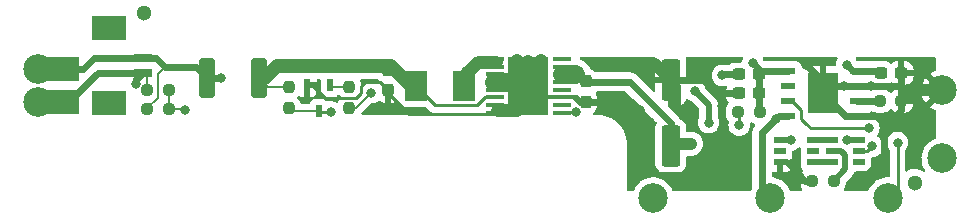
<source format=gbr>
%TF.GenerationSoftware,KiCad,Pcbnew,(6.0.6-0)*%
%TF.CreationDate,2022-09-08T19:57:57-07:00*%
%TF.ProjectId,Battery Extension PCB,42617474-6572-4792-9045-7874656e7369,rev?*%
%TF.SameCoordinates,Original*%
%TF.FileFunction,Copper,L1,Top*%
%TF.FilePolarity,Positive*%
%FSLAX46Y46*%
G04 Gerber Fmt 4.6, Leading zero omitted, Abs format (unit mm)*
G04 Created by KiCad (PCBNEW (6.0.6-0)) date 2022-09-08 19:57:57*
%MOMM*%
%LPD*%
G01*
G04 APERTURE LIST*
G04 Aperture macros list*
%AMRoundRect*
0 Rectangle with rounded corners*
0 $1 Rounding radius*
0 $2 $3 $4 $5 $6 $7 $8 $9 X,Y pos of 4 corners*
0 Add a 4 corners polygon primitive as box body*
4,1,4,$2,$3,$4,$5,$6,$7,$8,$9,$2,$3,0*
0 Add four circle primitives for the rounded corners*
1,1,$1+$1,$2,$3*
1,1,$1+$1,$4,$5*
1,1,$1+$1,$6,$7*
1,1,$1+$1,$8,$9*
0 Add four rect primitives between the rounded corners*
20,1,$1+$1,$2,$3,$4,$5,0*
20,1,$1+$1,$4,$5,$6,$7,0*
20,1,$1+$1,$6,$7,$8,$9,0*
20,1,$1+$1,$8,$9,$2,$3,0*%
G04 Aperture macros list end*
%TA.AperFunction,ComponentPad*%
%ADD10C,2.500000*%
%TD*%
%TA.AperFunction,SMDPad,CuDef*%
%ADD11RoundRect,0.250000X0.550000X-1.500000X0.550000X1.500000X-0.550000X1.500000X-0.550000X-1.500000X0*%
%TD*%
%TA.AperFunction,SMDPad,CuDef*%
%ADD12R,3.400000X5.000000*%
%TD*%
%TA.AperFunction,SMDPad,CuDef*%
%ADD13RoundRect,0.100000X-0.687500X-0.100000X0.687500X-0.100000X0.687500X0.100000X-0.687500X0.100000X0*%
%TD*%
%TA.AperFunction,SMDPad,CuDef*%
%ADD14R,1.900000X2.500000*%
%TD*%
%TA.AperFunction,SMDPad,CuDef*%
%ADD15R,1.072009X0.532004*%
%TD*%
%TA.AperFunction,SMDPad,CuDef*%
%ADD16RoundRect,0.237500X-0.300000X-0.237500X0.300000X-0.237500X0.300000X0.237500X-0.300000X0.237500X0*%
%TD*%
%TA.AperFunction,SMDPad,CuDef*%
%ADD17R,3.000000X2.100000*%
%TD*%
%TA.AperFunction,SMDPad,CuDef*%
%ADD18R,1.600000X0.800000*%
%TD*%
%TA.AperFunction,SMDPad,CuDef*%
%ADD19RoundRect,0.237500X-0.250000X-0.237500X0.250000X-0.237500X0.250000X0.237500X-0.250000X0.237500X0*%
%TD*%
%TA.AperFunction,SMDPad,CuDef*%
%ADD20RoundRect,0.250000X-0.400000X-1.450000X0.400000X-1.450000X0.400000X1.450000X-0.400000X1.450000X0*%
%TD*%
%TA.AperFunction,SMDPad,CuDef*%
%ADD21R,3.500000X2.000000*%
%TD*%
%TA.AperFunction,SMDPad,CuDef*%
%ADD22R,1.000000X0.550013*%
%TD*%
%TA.AperFunction,SMDPad,CuDef*%
%ADD23RoundRect,0.237500X0.237500X-0.300000X0.237500X0.300000X-0.237500X0.300000X-0.237500X-0.300000X0*%
%TD*%
%TA.AperFunction,SMDPad,CuDef*%
%ADD24RoundRect,0.237500X-0.237500X0.300000X-0.237500X-0.300000X0.237500X-0.300000X0.237500X0.300000X0*%
%TD*%
%TA.AperFunction,SMDPad,CuDef*%
%ADD25RoundRect,0.237500X0.237500X-0.250000X0.237500X0.250000X-0.237500X0.250000X-0.237500X-0.250000X0*%
%TD*%
%TA.AperFunction,SMDPad,CuDef*%
%ADD26R,1.200000X0.600000*%
%TD*%
%TA.AperFunction,SMDPad,CuDef*%
%ADD27R,2.500000X3.499873*%
%TD*%
%TA.AperFunction,SMDPad,CuDef*%
%ADD28RoundRect,0.237500X0.300000X0.237500X-0.300000X0.237500X-0.300000X-0.237500X0.300000X-0.237500X0*%
%TD*%
%TA.AperFunction,SMDPad,CuDef*%
%ADD29RoundRect,0.237500X0.250000X0.237500X-0.250000X0.237500X-0.250000X-0.237500X0.250000X-0.237500X0*%
%TD*%
%TA.AperFunction,SMDPad,CuDef*%
%ADD30RoundRect,0.237500X-0.237500X0.250000X-0.237500X-0.250000X0.237500X-0.250000X0.237500X0.250000X0*%
%TD*%
%TA.AperFunction,SMDPad,CuDef*%
%ADD31R,0.532004X1.037490*%
%TD*%
%TA.AperFunction,ViaPad*%
%ADD32C,1.300000*%
%TD*%
%TA.AperFunction,ViaPad*%
%ADD33C,0.800000*%
%TD*%
%TA.AperFunction,Conductor*%
%ADD34C,0.250000*%
%TD*%
%TA.AperFunction,Conductor*%
%ADD35C,0.300000*%
%TD*%
%TA.AperFunction,Conductor*%
%ADD36C,0.600000*%
%TD*%
%TA.AperFunction,Conductor*%
%ADD37C,1.650000*%
%TD*%
%TA.AperFunction,Conductor*%
%ADD38C,1.000000*%
%TD*%
%TA.AperFunction,Conductor*%
%ADD39C,0.350000*%
%TD*%
%TA.AperFunction,Conductor*%
%ADD40C,1.100000*%
%TD*%
%TA.AperFunction,Conductor*%
%ADD41C,0.550000*%
%TD*%
%TA.AperFunction,Conductor*%
%ADD42C,0.200000*%
%TD*%
%TA.AperFunction,Conductor*%
%ADD43C,1.200000*%
%TD*%
%TA.AperFunction,Conductor*%
%ADD44C,1.600000*%
%TD*%
G04 APERTURE END LIST*
D10*
%TO.P,H7,1*%
%TO.N,VBUS*%
X128270000Y-80848200D03*
%TD*%
%TO.P,H6,1*%
%TO.N,GND*%
X142824200Y-71729600D03*
%TD*%
%TO.P,H5,1*%
%TO.N,+5V*%
X142824200Y-77470000D03*
%TD*%
%TO.P,H4,1*%
%TO.N,IO27{slash}BATT CHARGING*%
X138201400Y-80848200D03*
%TD*%
%TO.P,H3,1*%
%TO.N,IO26{slash}BATT VOLT*%
X118338600Y-80848200D03*
%TD*%
%TO.P,H2,1*%
%TO.N,-BATT*%
X66268600Y-72694800D03*
%TD*%
%TO.P,H1,1*%
%TO.N,+BATT*%
X66268600Y-69951600D03*
%TD*%
D11*
%TO.P,C6,1*%
%TO.N,+5V*%
X119837200Y-76415200D03*
%TO.P,C6,2*%
%TO.N,GND*%
X119837200Y-70815200D03*
%TD*%
D12*
%TO.P,U4,17,EP*%
%TO.N,GND*%
X107772779Y-71342512D03*
D13*
%TO.P,U4,16,NC*%
%TO.N,unconnected-(U4-Pad16)*%
X110635279Y-69067512D03*
%TO.P,U4,15,VOUT*%
%TO.N,+5V*%
X110635279Y-69717512D03*
%TO.P,U4,14,VOUT*%
X110635279Y-70367512D03*
%TO.P,U4,13,VOUT*%
X110635279Y-71017512D03*
%TO.P,U4,12,FB*%
%TO.N,unconnected-(U4-Pad12)*%
X110635279Y-71667512D03*
%TO.P,U4,11,GND*%
%TO.N,GND*%
X110635279Y-72317512D03*
%TO.P,U4,10,LBO*%
%TO.N,unconnected-(U4-Pad10)*%
X110635279Y-72967512D03*
%TO.P,U4,9,EN*%
%TO.N,Net-(R4-Pad2)*%
X110635279Y-73617512D03*
%TO.P,U4,8,SYNC*%
%TO.N,GND*%
X104910279Y-73617512D03*
%TO.P,U4,7,LBI*%
X104910279Y-72967512D03*
%TO.P,U4,6,VBAT*%
%TO.N,Net-(C2-Pad1)*%
X104910279Y-72317512D03*
%TO.P,U4,5,PGND*%
%TO.N,GND*%
X104910279Y-71667512D03*
%TO.P,U4,4,PGND*%
X104910279Y-71017512D03*
%TO.P,U4,3,PGND*%
X104910279Y-70367512D03*
%TO.P,U4,2,SW*%
%TO.N,Net-(U4-Pad1)*%
X104910279Y-69717512D03*
%TO.P,U4,1,SW*%
X104910279Y-69067512D03*
%TD*%
D14*
%TO.P,U7,1,1*%
%TO.N,Net-(C2-Pad1)*%
X98229162Y-71374000D03*
%TO.P,U7,2,2*%
%TO.N,Net-(U4-Pad1)*%
X102329238Y-71374000D03*
%TD*%
D15*
%TO.P,U6,1,OD*%
%TO.N,Net-(U3-Pad6)*%
X133451600Y-75925676D03*
%TO.P,U6,2,VM*%
%TO.N,Net-(R5-Pad2)*%
X133451600Y-76875638D03*
%TO.P,U6,3,OC*%
%TO.N,Net-(U3-Pad4)*%
X133451600Y-77825600D03*
%TO.P,U6,4,TD*%
%TO.N,unconnected-(U6-Pad4)*%
X135749796Y-77825600D03*
%TO.P,U6,5,VCC*%
%TO.N,Net-(R8-Pad1)*%
X135749796Y-76875638D03*
%TO.P,U6,6,GND*%
%TO.N,-BATT*%
X135749796Y-75925676D03*
%TD*%
D16*
%TO.P,C5,1*%
%TO.N,-BATT*%
X125578700Y-70358000D03*
%TO.P,C5,2*%
%TO.N,+BATT*%
X127303700Y-70358000D03*
%TD*%
D17*
%TO.P,U1,0,0*%
%TO.N,unconnected-(U1-Pad0)*%
X72229676Y-66420994D03*
X72229676Y-72771006D03*
D18*
%TO.P,U1,1,1*%
%TO.N,+BATT*%
X75129600Y-68970905D03*
%TO.P,U1,2,2*%
%TO.N,-BATT*%
X75129600Y-70221095D03*
%TD*%
D19*
%TO.P,R7,1*%
%TO.N,Net-(R7-Pad1)*%
X137532442Y-72623807D03*
%TO.P,R7,2*%
%TO.N,GND*%
X139357442Y-72623807D03*
%TD*%
D20*
%TO.P,F1,1*%
%TO.N,+BATT*%
X80528200Y-70662800D03*
%TO.P,F1,2*%
%TO.N,Net-(C2-Pad1)*%
X84978200Y-70662800D03*
%TD*%
D19*
%TO.P,R2,1*%
%TO.N,-BATT*%
X75492600Y-71729600D03*
%TO.P,R2,2*%
%TO.N,IO26{slash}BATT VOLT*%
X77317600Y-71729600D03*
%TD*%
D21*
%TO.P,P2,1*%
%TO.N,-BATT*%
X68021200Y-72694800D03*
%TD*%
D22*
%TO.P,U3,1,S1*%
%TO.N,-BATT*%
X129085847Y-75938123D03*
%TO.P,U3,2,D1/D2*%
%TO.N,unconnected-(U3-Pad2)*%
X129085847Y-76888085D03*
%TO.P,U3,3,S2*%
%TO.N,GND*%
X129085847Y-77838047D03*
%TO.P,U3,4,G2*%
%TO.N,Net-(U3-Pad4)*%
X131885949Y-77838047D03*
%TO.P,U3,5,D1/D2*%
%TO.N,unconnected-(U3-Pad5)*%
X131885949Y-76888085D03*
%TO.P,U3,6,G1*%
%TO.N,Net-(U3-Pad6)*%
X131885949Y-75938123D03*
%TD*%
D23*
%TO.P,C3,1*%
%TO.N,GND*%
X112623600Y-72693700D03*
%TO.P,C3,2*%
%TO.N,+5V*%
X112623600Y-70968700D03*
%TD*%
D19*
%TO.P,R5,1*%
%TO.N,GND*%
X131812706Y-79391539D03*
%TO.P,R5,2*%
%TO.N,Net-(R5-Pad2)*%
X133637706Y-79391539D03*
%TD*%
D21*
%TO.P,P1,1*%
%TO.N,+BATT*%
X68021200Y-69926200D03*
%TD*%
D24*
%TO.P,C2,1*%
%TO.N,Net-(C2-Pad1)*%
X95910400Y-70003500D03*
%TO.P,C2,2*%
%TO.N,GND*%
X95910400Y-71728500D03*
%TD*%
D25*
%TO.P,R3,1*%
%TO.N,VBUS*%
X92608400Y-73251700D03*
%TO.P,R3,2*%
%TO.N,Net-(R3-Pad2)*%
X92608400Y-71426700D03*
%TD*%
D26*
%TO.P,U5,1,TEMP*%
%TO.N,GND*%
X135612848Y-73868411D03*
%TO.P,U5,2,PROG*%
%TO.N,Net-(R7-Pad1)*%
X135612848Y-72598408D03*
%TO.P,U5,3,GND*%
%TO.N,GND*%
X135612848Y-71328406D03*
%TO.P,U5,4,VCC*%
%TO.N,VBUS*%
X135612848Y-70058403D03*
%TO.P,U5,5,BAT*%
%TO.N,+BATT*%
X129796236Y-70058403D03*
%TO.P,U5,6,STDBY#*%
%TO.N,unconnected-(U5-Pad6)*%
X129796236Y-71328406D03*
%TO.P,U5,7,CHRG#*%
%TO.N,IO27{slash}BATT CHARGING*%
X129796236Y-72598408D03*
%TO.P,U5,8,CE*%
%TO.N,VBUS*%
X129796236Y-73868411D03*
D27*
%TO.P,U5,9,EP*%
%TO.N,GND*%
X132704542Y-71963407D03*
%TD*%
D28*
%TO.P,C1,1*%
%TO.N,GND*%
X139343300Y-70256400D03*
%TO.P,C1,2*%
%TO.N,VBUS*%
X137618300Y-70256400D03*
%TD*%
%TO.P,C4,1*%
%TO.N,+BATT*%
X127303700Y-71983600D03*
%TO.P,C4,2*%
%TO.N,GND*%
X125578700Y-71983600D03*
%TD*%
D29*
%TO.P,R1,1*%
%TO.N,IO26{slash}BATT VOLT*%
X77317600Y-73304400D03*
%TO.P,R1,2*%
%TO.N,+BATT*%
X75492600Y-73304400D03*
%TD*%
D30*
%TO.P,R4,1*%
%TO.N,Net-(C2-Pad1)*%
X87528400Y-71426700D03*
%TO.P,R4,2*%
%TO.N,Net-(R4-Pad2)*%
X87528400Y-73251700D03*
%TD*%
D19*
%TO.P,R8,1*%
%TO.N,Net-(R8-Pad1)*%
X125528700Y-73558400D03*
%TO.P,R8,2*%
%TO.N,+BATT*%
X127353700Y-73558400D03*
%TD*%
D31*
%TO.P,U2,1,B*%
%TO.N,Net-(R3-Pad2)*%
X90967562Y-71288654D03*
%TO.P,U2,2,E*%
%TO.N,GND*%
X89067638Y-71288654D03*
%TO.P,U2,3,C*%
%TO.N,Net-(R4-Pad2)*%
X90017600Y-73491346D03*
%TD*%
D32*
%TO.N,*%
X75234800Y-65176400D03*
X140512800Y-79552800D03*
D33*
%TO.N,GND*%
X118110000Y-74371200D03*
X130810000Y-79044800D03*
X136799194Y-71328406D03*
X117246400Y-73355200D03*
X114503200Y-69443600D03*
X121818400Y-69443600D03*
X121513600Y-74066400D03*
X108813600Y-69189600D03*
X106832400Y-69189600D03*
X134513194Y-71328406D03*
X135940800Y-79146400D03*
X131318000Y-69545200D03*
X120396000Y-73050400D03*
X117906800Y-69494400D03*
X116484400Y-69443600D03*
X124155200Y-73050400D03*
X138627989Y-73868411D03*
X107696000Y-69189600D03*
%TO.N,VBUS*%
X128727200Y-74117200D03*
X134721600Y-69545200D03*
X94488000Y-71932800D03*
%TO.N,+BATT*%
X81788000Y-70662800D03*
X126796800Y-69443600D03*
%TO.N,-BATT*%
X74574400Y-71170800D03*
X123037600Y-74472800D03*
X124206000Y-70459600D03*
X129997200Y-75946000D03*
X134772400Y-75946000D03*
X121869200Y-71780400D03*
%TO.N,+5V*%
X121564400Y-76250800D03*
%TO.N,IO26{slash}BATT VOLT*%
X78689200Y-73406000D03*
%TO.N,Net-(R8-Pad1)*%
X136906000Y-76454000D03*
X125628400Y-74676000D03*
%TO.N,IO27{slash}BATT CHARGING*%
X139039600Y-76149200D03*
X136601200Y-74930000D03*
%TO.N,Net-(R4-Pad2)*%
X91033600Y-73546700D03*
X111793279Y-73585132D03*
%TD*%
D34*
%TO.N,Net-(R4-Pad2)*%
X111793279Y-73585132D02*
X110678496Y-73585132D01*
X110678496Y-73585132D02*
X110646033Y-73617595D01*
%TO.N,GND*%
X93573600Y-71932800D02*
X93573600Y-71374000D01*
D35*
X104644770Y-71272400D02*
X104899525Y-71017645D01*
D36*
X112165300Y-72693700D02*
X111810800Y-72339200D01*
D37*
X104899525Y-71017645D02*
X107447912Y-71017645D01*
D36*
X135612848Y-73868411D02*
X137865989Y-73868411D01*
X135612848Y-71328406D02*
X136799194Y-71328406D01*
D35*
X107772779Y-70230421D02*
X107772779Y-71342512D01*
D34*
X89067638Y-71288654D02*
X89475054Y-71288654D01*
D38*
X140251649Y-71729600D02*
X142499615Y-71729600D01*
D36*
X137865989Y-77424411D02*
X137865989Y-73868411D01*
X138881989Y-73868411D02*
X139357442Y-73392958D01*
D38*
X139357442Y-72623807D02*
X140251649Y-71729600D01*
X107772779Y-69266379D02*
X107772779Y-71342512D01*
D39*
X108747887Y-72317620D02*
X107772779Y-71342512D01*
D36*
X135612848Y-71328406D02*
X134513194Y-71328406D01*
D40*
X105161920Y-73355200D02*
X106781600Y-73355200D01*
D36*
X131156739Y-79391539D02*
X131812706Y-79391539D01*
X136799194Y-71328406D02*
X139339194Y-71328406D01*
D34*
X89475054Y-71288654D02*
X90525600Y-72339200D01*
X90525600Y-72339200D02*
X93167200Y-72339200D01*
D41*
X131207539Y-79391539D02*
X129654047Y-77838047D01*
D36*
X116584900Y-72693700D02*
X117246400Y-73355200D01*
D35*
X107696000Y-69189600D02*
X107772779Y-69266379D01*
D36*
X112623600Y-72693700D02*
X116584900Y-72693700D01*
X139343300Y-72609665D02*
X139357442Y-72623807D01*
D34*
X95910400Y-71983600D02*
X97637600Y-73710800D01*
D36*
X123850400Y-71983600D02*
X125578700Y-71983600D01*
D39*
X110646033Y-72317620D02*
X111789220Y-72317620D01*
D36*
X139343300Y-70256400D02*
X139343300Y-71324300D01*
D34*
X93573600Y-71374000D02*
X93929200Y-71018400D01*
D39*
X110646033Y-72317620D02*
X108747887Y-72317620D01*
D36*
X120396000Y-73050400D02*
X120396000Y-71374000D01*
D38*
X108813600Y-69189600D02*
X107772779Y-70230421D01*
D36*
X132704542Y-70931742D02*
X131318000Y-69545200D01*
X138627989Y-73868411D02*
X138881989Y-73868411D01*
X135612848Y-73868411D02*
X134609546Y-73868411D01*
D35*
X104597200Y-71272400D02*
X104644770Y-71272400D01*
D34*
X97637600Y-73710800D02*
X104806320Y-73710800D01*
D38*
X107447912Y-69805112D02*
X106832400Y-69189600D01*
D35*
X104899525Y-73617595D02*
X105161920Y-73355200D01*
D36*
X112623600Y-72693700D02*
X112165300Y-72693700D01*
D41*
X129654047Y-77838047D02*
X129085847Y-77838047D01*
D34*
X95910400Y-71728500D02*
X95910400Y-71983600D01*
X104806320Y-73710800D02*
X105161920Y-73355200D01*
D36*
X122682000Y-70815200D02*
X123850400Y-71983600D01*
X134513194Y-71328406D02*
X133339543Y-71328406D01*
X137865989Y-73868411D02*
X138627989Y-73868411D01*
X132704542Y-71963407D02*
X132704542Y-70931742D01*
X139343300Y-71324300D02*
X139343300Y-72609665D01*
X134609546Y-73868411D02*
X132704542Y-71963407D01*
D35*
X107772779Y-72364021D02*
X107772779Y-71342512D01*
X111789220Y-72317620D02*
X111810800Y-72339200D01*
X107447912Y-71017645D02*
X107447912Y-69805112D01*
D38*
X117906800Y-69494400D02*
X118516400Y-69494400D01*
D35*
X107447912Y-71017645D02*
X107772779Y-71342512D01*
D36*
X133339543Y-71328406D02*
X132704542Y-71963407D01*
D34*
X95200300Y-71018400D02*
X95910400Y-71728500D01*
D38*
X118516400Y-69494400D02*
X119837200Y-70815200D01*
D40*
X106781600Y-73355200D02*
X107772779Y-72364021D01*
D36*
X136144000Y-79146400D02*
X137865989Y-77424411D01*
X135940800Y-79146400D02*
X136144000Y-79146400D01*
X120396000Y-71374000D02*
X119837200Y-70815200D01*
D34*
X93167200Y-72339200D02*
X93573600Y-71932800D01*
X93929200Y-71018400D02*
X95200300Y-71018400D01*
D36*
X139357442Y-73392958D02*
X139357442Y-72623807D01*
X131812706Y-79391539D02*
X131207539Y-79391539D01*
X139339194Y-71328406D02*
X139343300Y-71324300D01*
X130810000Y-79044800D02*
X131156739Y-79391539D01*
X119837200Y-70815200D02*
X122682000Y-70815200D01*
%TO.N,VBUS*%
X128727200Y-74117200D02*
X127558800Y-75285600D01*
X127558800Y-75285600D02*
X127558800Y-80137000D01*
X135612848Y-70058403D02*
X137420303Y-70058403D01*
X127895767Y-80473967D02*
X128270000Y-80473967D01*
D42*
X94488000Y-71932800D02*
X93169100Y-73251700D01*
D36*
X135234803Y-70058403D02*
X134721600Y-69545200D01*
X137420303Y-70058403D02*
X137618300Y-70256400D01*
X127558800Y-80137000D02*
X127895767Y-80473967D01*
D42*
X93169100Y-73251700D02*
X92608400Y-73251700D01*
D36*
X135612848Y-70058403D02*
X135234803Y-70058403D01*
X128975989Y-73868411D02*
X128727200Y-74117200D01*
X129796236Y-73868411D02*
X128975989Y-73868411D01*
D43*
%TO.N,Net-(C2-Pad1)*%
X96113600Y-69646800D02*
X86512400Y-69646800D01*
D34*
X104119274Y-72317620D02*
X103437294Y-72999600D01*
D42*
X85742100Y-71426700D02*
X84978200Y-70662800D01*
D43*
X86512400Y-69646800D02*
X85496400Y-70662800D01*
D36*
X98432362Y-71374000D02*
X98247200Y-71374000D01*
X98247200Y-71374000D02*
X98094800Y-71526400D01*
D34*
X104899525Y-72317620D02*
X104119274Y-72317620D01*
X99854762Y-72999600D02*
X98229162Y-71374000D01*
D43*
X98094800Y-71526400D02*
X97993200Y-71526400D01*
X97993200Y-71526400D02*
X96113600Y-69646800D01*
D34*
X103437294Y-72999600D02*
X99854762Y-72999600D01*
D42*
X87528400Y-71426700D02*
X85742100Y-71426700D01*
D36*
X85496400Y-70662800D02*
X84978200Y-70662800D01*
%TO.N,+BATT*%
X79613800Y-69748400D02*
X80528200Y-70662800D01*
X81788000Y-70662800D02*
X80528200Y-70662800D01*
X68021200Y-69926200D02*
X66594540Y-69926200D01*
D42*
X76403200Y-70358000D02*
X77012800Y-69748400D01*
D36*
X127303700Y-70358000D02*
X127303700Y-69950500D01*
X127303700Y-70358000D02*
X127303700Y-71983600D01*
X129796236Y-70058403D02*
X127603297Y-70058403D01*
X71033895Y-68970905D02*
X70078600Y-69926200D01*
X75129600Y-68970905D02*
X71033895Y-68970905D01*
D42*
X75492600Y-73249800D02*
X76403200Y-72339200D01*
D36*
X127303700Y-71983600D02*
X127303700Y-73508400D01*
X127603297Y-70058403D02*
X127303700Y-70358000D01*
D42*
X75492600Y-73304400D02*
X75492600Y-73249800D01*
D36*
X77012800Y-69748400D02*
X79613800Y-69748400D01*
X76235305Y-68970905D02*
X77012800Y-69748400D01*
D42*
X76403200Y-72339200D02*
X76403200Y-70358000D01*
D36*
X75129600Y-68970905D02*
X76235305Y-68970905D01*
X127303700Y-69950500D02*
X126796800Y-69443600D01*
X66594540Y-69926200D02*
X66594540Y-69951600D01*
X70078600Y-69926200D02*
X68021200Y-69926200D01*
X127303700Y-73508400D02*
X127353700Y-73558400D01*
%TO.N,-BATT*%
X74574400Y-70776295D02*
X75129600Y-70221095D01*
X74574400Y-71170800D02*
X74574400Y-70776295D01*
X125578700Y-70358000D02*
X124307600Y-70358000D01*
D41*
X129997200Y-75946000D02*
X129093724Y-75946000D01*
D36*
X124307600Y-70358000D02*
X124206000Y-70459600D01*
D42*
X75492600Y-70584095D02*
X75129600Y-70221095D01*
D34*
X129093724Y-75946000D02*
X129085847Y-75938123D01*
D41*
X135749796Y-75925676D02*
X134792724Y-75925676D01*
D34*
X134792724Y-75925676D02*
X134772400Y-75946000D01*
D41*
X123037600Y-74472800D02*
X123037600Y-72948800D01*
D36*
X68021200Y-72694800D02*
X66594540Y-72694800D01*
D42*
X75492600Y-71729600D02*
X75492600Y-70584095D01*
D41*
X123037600Y-72948800D02*
X121869200Y-71780400D01*
D36*
X75129600Y-70221095D02*
X71307705Y-70221095D01*
X68834000Y-72694800D02*
X68021200Y-72694800D01*
X71307705Y-70221095D02*
X68834000Y-72694800D01*
%TO.N,+5V*%
X112623600Y-70968700D02*
X112673300Y-71018400D01*
X112777100Y-70815200D02*
X112623600Y-70968700D01*
D38*
X120001600Y-76250800D02*
X119837200Y-76415200D01*
D36*
X112370700Y-70968700D02*
X111760000Y-70358000D01*
X112623600Y-70968700D02*
X112370700Y-70968700D01*
X116382800Y-71018400D02*
X119837200Y-74472800D01*
X112673300Y-71018400D02*
X116382800Y-71018400D01*
X110655437Y-70358000D02*
X110646033Y-70367404D01*
D38*
X121564400Y-76250800D02*
X120001600Y-76250800D01*
D44*
X111760000Y-70358000D02*
X110655437Y-70358000D01*
D36*
X119837200Y-74472800D02*
X119837200Y-76415200D01*
D42*
%TO.N,IO26{slash}BATT VOLT*%
X78587600Y-73304400D02*
X78689200Y-73406000D01*
X77317600Y-73304400D02*
X78587600Y-73304400D01*
X77317600Y-71729600D02*
X77317600Y-73304400D01*
%TO.N,Net-(R3-Pad2)*%
X91105608Y-71426700D02*
X90967562Y-71288654D01*
X92608400Y-71426700D02*
X91105608Y-71426700D01*
D41*
%TO.N,Net-(R5-Pad2)*%
X133451600Y-76875638D02*
X134253644Y-76875638D01*
X134620000Y-77241994D02*
X134620000Y-78409245D01*
X134253644Y-76875638D02*
X134620000Y-77241994D01*
X134620000Y-78409245D02*
X133637706Y-79391539D01*
D36*
%TO.N,Net-(R7-Pad1)*%
X137532442Y-72623807D02*
X135638247Y-72623807D01*
D34*
X135638247Y-72623807D02*
X135612848Y-72598408D01*
%TO.N,Net-(R8-Pad1)*%
X136484362Y-76875638D02*
X136906000Y-76454000D01*
X135749796Y-76875638D02*
X136484362Y-76875638D01*
X125628400Y-74676000D02*
X125628400Y-73658100D01*
X125628400Y-73658100D02*
X125528700Y-73558400D01*
D41*
%TO.N,Net-(U3-Pad4)*%
X131885949Y-77838047D02*
X133439153Y-77838047D01*
D42*
X133439153Y-77838047D02*
X133451600Y-77825600D01*
D41*
%TO.N,Net-(U3-Pad6)*%
X133451600Y-75925676D02*
X131898396Y-75925676D01*
D34*
X131898396Y-75925676D02*
X131885949Y-75938123D01*
%TO.N,IO27{slash}BATT CHARGING*%
X130860800Y-74117200D02*
X131318000Y-74574400D01*
X130096236Y-72598408D02*
X130860800Y-73362972D01*
X131673600Y-74930000D02*
X136601200Y-74930000D01*
X138400633Y-80648967D02*
X138201400Y-80648967D01*
X129796236Y-72598408D02*
X130096236Y-72598408D01*
X139039600Y-80010000D02*
X138400633Y-80648967D01*
X130860800Y-73660000D02*
X130860800Y-74117200D01*
X131318000Y-74574400D02*
X131673600Y-74930000D01*
X139039600Y-76149200D02*
X139039600Y-80010000D01*
X130860800Y-73362972D02*
X130860800Y-73660000D01*
%TO.N,Net-(R4-Pad2)*%
X91033600Y-73546700D02*
X90072954Y-73546700D01*
D42*
X90017600Y-73491346D02*
X87768046Y-73491346D01*
D34*
X90072954Y-73546700D02*
X90017600Y-73491346D01*
D42*
X87768046Y-73491346D02*
X87528400Y-73251700D01*
D40*
%TO.N,Net-(U4-Pad1)*%
X102532438Y-70289162D02*
X103479600Y-69342000D01*
X103479600Y-69342000D02*
X105003600Y-69342000D01*
D34*
X102532438Y-71374000D02*
X102532438Y-70289162D01*
%TD*%
%TA.AperFunction,Conductor*%
%TO.N,GND*%
G36*
X130789242Y-76534158D02*
G01*
X130848227Y-76573671D01*
X130876485Y-76638802D01*
X130877449Y-76654356D01*
X130877449Y-77211225D01*
X130884204Y-77273407D01*
X130900614Y-77317179D01*
X130901235Y-77318836D01*
X130906418Y-77389643D01*
X130901236Y-77407293D01*
X130884204Y-77452725D01*
X130877449Y-77514907D01*
X130877449Y-78161187D01*
X130884204Y-78223369D01*
X130935334Y-78359758D01*
X130995014Y-78439389D01*
X131022688Y-78476314D01*
X131021300Y-78477354D01*
X131050240Y-78530353D01*
X131045175Y-78601168D01*
X131016292Y-78646154D01*
X130978843Y-78683668D01*
X130969831Y-78695079D01*
X130886294Y-78830602D01*
X130880150Y-78843780D01*
X130829891Y-78995305D01*
X130827025Y-79008671D01*
X130817534Y-79101309D01*
X130817206Y-79107724D01*
X130817206Y-79119424D01*
X130821681Y-79134663D01*
X130823071Y-79135868D01*
X130830754Y-79137539D01*
X131940706Y-79137539D01*
X132008827Y-79157541D01*
X132055320Y-79211197D01*
X132066706Y-79263539D01*
X132066706Y-79519539D01*
X132046704Y-79587660D01*
X131993048Y-79634153D01*
X131940706Y-79645539D01*
X130835321Y-79645539D01*
X130820082Y-79650014D01*
X130818877Y-79651404D01*
X130817206Y-79659087D01*
X130817206Y-79675305D01*
X130817543Y-79681821D01*
X130827281Y-79775671D01*
X130830174Y-79789067D01*
X130880694Y-79940492D01*
X130886859Y-79953654D01*
X130960814Y-80073165D01*
X130979651Y-80141617D01*
X130958489Y-80209386D01*
X130904048Y-80254957D01*
X130853669Y-80265467D01*
X130016455Y-80265467D01*
X129948334Y-80245465D01*
X129901841Y-80191809D01*
X129899022Y-80185134D01*
X129881264Y-80139467D01*
X129861647Y-80089023D01*
X129852584Y-80073165D01*
X129780165Y-79946459D01*
X129731951Y-79862102D01*
X129570138Y-79656843D01*
X129379763Y-79477757D01*
X129182307Y-79340776D01*
X129168851Y-79331441D01*
X129168848Y-79331439D01*
X129165009Y-79328776D01*
X129160816Y-79326708D01*
X128934781Y-79215240D01*
X128934778Y-79215239D01*
X128930593Y-79213175D01*
X128884449Y-79198404D01*
X128686123Y-79134920D01*
X128681665Y-79133493D01*
X128473042Y-79099516D01*
X128409027Y-79068826D01*
X128371763Y-79008394D01*
X128367300Y-78975156D01*
X128367300Y-78742965D01*
X128387302Y-78674844D01*
X128440958Y-78628351D01*
X128506906Y-78617702D01*
X128534356Y-78620684D01*
X128541175Y-78621053D01*
X128813732Y-78621053D01*
X128828971Y-78616578D01*
X128830176Y-78615188D01*
X128831847Y-78607505D01*
X128831847Y-78602937D01*
X129339847Y-78602937D01*
X129344322Y-78618176D01*
X129345712Y-78619381D01*
X129353395Y-78621052D01*
X129630516Y-78621052D01*
X129637337Y-78620682D01*
X129688199Y-78615158D01*
X129703451Y-78611532D01*
X129823901Y-78566377D01*
X129839496Y-78557839D01*
X129941571Y-78481338D01*
X129954132Y-78468777D01*
X130030633Y-78366702D01*
X130039171Y-78351107D01*
X130084325Y-78230659D01*
X130087952Y-78215404D01*
X130093478Y-78164539D01*
X130093847Y-78157725D01*
X130093847Y-78110162D01*
X130089372Y-78094923D01*
X130087982Y-78093718D01*
X130080299Y-78092047D01*
X129357962Y-78092047D01*
X129342723Y-78096522D01*
X129341518Y-78097912D01*
X129339847Y-78105595D01*
X129339847Y-78602937D01*
X128831847Y-78602937D01*
X128831847Y-77797591D01*
X128851849Y-77729470D01*
X128905505Y-77682977D01*
X128957847Y-77671591D01*
X129633981Y-77671591D01*
X129696163Y-77664836D01*
X129832552Y-77613706D01*
X129839739Y-77608320D01*
X129847607Y-77604012D01*
X129848434Y-77605523D01*
X129905039Y-77584373D01*
X129914101Y-77584047D01*
X130075731Y-77584047D01*
X130090970Y-77579572D01*
X130092175Y-77578182D01*
X130093846Y-77570499D01*
X130093846Y-77518372D01*
X130093476Y-77511551D01*
X130087952Y-77460689D01*
X130084327Y-77445441D01*
X130070294Y-77408009D01*
X130065111Y-77337201D01*
X130070291Y-77319558D01*
X130087592Y-77273407D01*
X130094347Y-77211225D01*
X130094347Y-76956180D01*
X130114349Y-76888059D01*
X130168005Y-76841566D01*
X130194148Y-76832934D01*
X130279488Y-76814794D01*
X130285519Y-76812109D01*
X130447922Y-76739803D01*
X130447924Y-76739802D01*
X130453952Y-76737118D01*
X130608453Y-76624866D01*
X130657813Y-76570046D01*
X130718259Y-76532806D01*
X130789242Y-76534158D01*
G37*
%TD.AperFunction*%
%TA.AperFunction,Conductor*%
G36*
X118524735Y-68905302D02*
G01*
X118571228Y-68958958D01*
X118581332Y-69029232D01*
X118576207Y-69050968D01*
X118542062Y-69153910D01*
X118539195Y-69167286D01*
X118529528Y-69261638D01*
X118529200Y-69268055D01*
X118529200Y-70543085D01*
X118533675Y-70558324D01*
X118535065Y-70559529D01*
X118542748Y-70561200D01*
X121127084Y-70561200D01*
X121142323Y-70556725D01*
X121143528Y-70555335D01*
X121145199Y-70547652D01*
X121145199Y-69268105D01*
X121144862Y-69261586D01*
X121134943Y-69165994D01*
X121132051Y-69152600D01*
X121098214Y-69051176D01*
X121095630Y-68980226D01*
X121131814Y-68919142D01*
X121195278Y-68887318D01*
X121217738Y-68885300D01*
X125852150Y-68885300D01*
X125920271Y-68905302D01*
X125966764Y-68958958D01*
X125976868Y-69029232D01*
X125967256Y-69062551D01*
X125965578Y-69066319D01*
X125962273Y-69072044D01*
X125903258Y-69253672D01*
X125902568Y-69260237D01*
X125902567Y-69260242D01*
X125902416Y-69261676D01*
X125902097Y-69262451D01*
X125901194Y-69266700D01*
X125900417Y-69266535D01*
X125875400Y-69327332D01*
X125817177Y-69367959D01*
X125777107Y-69374500D01*
X125229128Y-69374500D01*
X125225882Y-69374837D01*
X125225878Y-69374837D01*
X125131965Y-69384581D01*
X125131961Y-69384582D01*
X125125107Y-69385293D01*
X125118571Y-69387474D01*
X125118569Y-69387474D01*
X125004202Y-69425630D01*
X124960093Y-69440346D01*
X124831202Y-69520106D01*
X124814173Y-69530644D01*
X124747870Y-69549500D01*
X124316814Y-69549500D01*
X124315494Y-69549493D01*
X124314419Y-69549482D01*
X124225379Y-69548549D01*
X124218489Y-69550039D01*
X124214390Y-69550455D01*
X124201656Y-69551100D01*
X124110513Y-69551100D01*
X124104061Y-69552472D01*
X124104056Y-69552472D01*
X124017113Y-69570953D01*
X123923712Y-69590806D01*
X123917682Y-69593491D01*
X123917681Y-69593491D01*
X123755278Y-69665797D01*
X123755276Y-69665798D01*
X123749248Y-69668482D01*
X123743907Y-69672362D01*
X123743906Y-69672363D01*
X123698337Y-69705471D01*
X123594747Y-69780734D01*
X123590326Y-69785644D01*
X123590325Y-69785645D01*
X123500233Y-69885703D01*
X123466960Y-69922656D01*
X123371473Y-70088044D01*
X123312458Y-70269672D01*
X123311768Y-70276233D01*
X123311768Y-70276235D01*
X123303282Y-70356974D01*
X123292496Y-70459600D01*
X123293186Y-70466165D01*
X123311380Y-70639268D01*
X123312458Y-70649528D01*
X123371473Y-70831156D01*
X123374776Y-70836878D01*
X123374777Y-70836879D01*
X123400424Y-70881300D01*
X123466960Y-70996544D01*
X123471378Y-71001451D01*
X123471379Y-71001452D01*
X123590325Y-71133555D01*
X123594747Y-71138466D01*
X123676167Y-71197621D01*
X123739253Y-71243456D01*
X123749248Y-71250718D01*
X123755276Y-71253402D01*
X123755278Y-71253403D01*
X123828037Y-71285797D01*
X123923712Y-71328394D01*
X124009731Y-71346678D01*
X124104056Y-71366728D01*
X124104061Y-71366728D01*
X124110513Y-71368100D01*
X124301487Y-71368100D01*
X124307939Y-71366728D01*
X124307944Y-71366728D01*
X124427683Y-71341276D01*
X124498474Y-71346678D01*
X124555106Y-71389495D01*
X124579600Y-71456132D01*
X124573473Y-71504190D01*
X124545885Y-71587365D01*
X124543019Y-71600732D01*
X124533528Y-71693370D01*
X124533200Y-71699785D01*
X124533200Y-71711485D01*
X124537675Y-71726724D01*
X124539065Y-71727929D01*
X124546748Y-71729600D01*
X125706700Y-71729600D01*
X125774821Y-71749602D01*
X125821314Y-71803258D01*
X125832700Y-71855600D01*
X125832700Y-72111600D01*
X125812698Y-72179721D01*
X125759042Y-72226214D01*
X125706700Y-72237600D01*
X124551315Y-72237600D01*
X124536076Y-72242075D01*
X124534871Y-72243465D01*
X124533200Y-72251148D01*
X124533200Y-72267366D01*
X124533537Y-72273882D01*
X124543275Y-72367732D01*
X124546168Y-72381128D01*
X124596688Y-72532553D01*
X124602853Y-72545715D01*
X124686629Y-72681097D01*
X124695525Y-72692321D01*
X124722161Y-72758132D01*
X124708989Y-72827896D01*
X124695659Y-72848676D01*
X124694442Y-72850217D01*
X124689271Y-72855397D01*
X124672699Y-72882282D01*
X124602564Y-72996062D01*
X124597991Y-73003480D01*
X124543226Y-73168591D01*
X124542526Y-73175427D01*
X124542525Y-73175430D01*
X124538617Y-73213576D01*
X124532700Y-73271328D01*
X124532700Y-73845472D01*
X124533037Y-73848718D01*
X124533037Y-73848722D01*
X124542317Y-73938157D01*
X124543493Y-73949493D01*
X124545674Y-73956029D01*
X124545674Y-73956031D01*
X124574390Y-74042102D01*
X124598546Y-74114507D01*
X124603437Y-74122411D01*
X124664310Y-74220780D01*
X124690084Y-74262431D01*
X124724064Y-74296352D01*
X124758142Y-74358630D01*
X124754878Y-74424457D01*
X124734858Y-74486072D01*
X124734168Y-74492633D01*
X124734168Y-74492635D01*
X124716291Y-74662728D01*
X124714896Y-74676000D01*
X124715586Y-74682565D01*
X124733399Y-74852043D01*
X124734858Y-74865928D01*
X124793873Y-75047556D01*
X124889360Y-75212944D01*
X124893778Y-75217851D01*
X124893779Y-75217852D01*
X124987854Y-75322333D01*
X125017147Y-75354866D01*
X125171648Y-75467118D01*
X125177676Y-75469802D01*
X125177678Y-75469803D01*
X125339331Y-75541775D01*
X125346112Y-75544794D01*
X125439513Y-75564647D01*
X125526456Y-75583128D01*
X125526461Y-75583128D01*
X125532913Y-75584500D01*
X125723887Y-75584500D01*
X125730339Y-75583128D01*
X125730344Y-75583128D01*
X125817287Y-75564647D01*
X125910688Y-75544794D01*
X125917469Y-75541775D01*
X126079122Y-75469803D01*
X126079124Y-75469802D01*
X126085152Y-75467118D01*
X126239653Y-75354866D01*
X126268946Y-75322333D01*
X126363021Y-75217852D01*
X126363022Y-75217851D01*
X126367440Y-75212944D01*
X126462927Y-75047556D01*
X126521942Y-74865928D01*
X126523402Y-74852043D01*
X126541214Y-74682565D01*
X126541904Y-74676000D01*
X126540509Y-74662728D01*
X126529362Y-74556669D01*
X126542134Y-74486831D01*
X126590636Y-74434984D01*
X126659469Y-74417590D01*
X126720788Y-74436239D01*
X126755048Y-74457357D01*
X126786280Y-74476609D01*
X126921090Y-74521323D01*
X126979449Y-74561754D01*
X127006686Y-74627318D01*
X126994153Y-74697199D01*
X126969580Y-74730939D01*
X126940891Y-74759034D01*
X126928293Y-74771371D01*
X126904802Y-74807821D01*
X126897383Y-74818146D01*
X126870324Y-74852043D01*
X126867259Y-74858384D01*
X126867258Y-74858385D01*
X126855728Y-74882237D01*
X126848199Y-74895654D01*
X126830035Y-74923838D01*
X126827627Y-74930455D01*
X126827624Y-74930460D01*
X126815208Y-74964573D01*
X126810247Y-74976316D01*
X126794446Y-75009003D01*
X126794444Y-75009008D01*
X126791379Y-75015349D01*
X126783944Y-75047556D01*
X126783835Y-75048026D01*
X126779468Y-75062769D01*
X126767997Y-75094285D01*
X126767114Y-75101275D01*
X126767112Y-75101283D01*
X126762562Y-75137301D01*
X126760326Y-75149853D01*
X126759286Y-75154361D01*
X126750576Y-75192085D01*
X126750551Y-75199131D01*
X126750551Y-75199134D01*
X126750434Y-75232656D01*
X126750405Y-75233538D01*
X126750300Y-75234369D01*
X126750300Y-75271019D01*
X126750299Y-75271459D01*
X126749997Y-75358082D01*
X126749943Y-75373470D01*
X126750211Y-75374670D01*
X126750300Y-75376307D01*
X126750300Y-79927462D01*
X126732019Y-79992827D01*
X126701200Y-80043615D01*
X126701196Y-80043622D01*
X126698771Y-80047619D01*
X126696962Y-80051933D01*
X126696960Y-80051937D01*
X126639824Y-80188192D01*
X126595035Y-80243279D01*
X126523627Y-80265467D01*
X120085055Y-80265467D01*
X120016934Y-80245465D01*
X119970441Y-80191809D01*
X119967622Y-80185134D01*
X119949864Y-80139467D01*
X119930247Y-80089023D01*
X119921184Y-80073165D01*
X119848765Y-79946459D01*
X119800551Y-79862102D01*
X119638738Y-79656843D01*
X119448363Y-79477757D01*
X119250907Y-79340776D01*
X119237451Y-79331441D01*
X119237448Y-79331439D01*
X119233609Y-79328776D01*
X119229416Y-79326708D01*
X119003381Y-79215240D01*
X119003378Y-79215239D01*
X118999193Y-79213175D01*
X118953049Y-79198404D01*
X118754723Y-79134920D01*
X118750265Y-79133493D01*
X118492293Y-79091479D01*
X118378542Y-79089990D01*
X118235622Y-79088119D01*
X118235619Y-79088119D01*
X118230945Y-79088058D01*
X117971962Y-79123304D01*
X117967476Y-79124612D01*
X117967474Y-79124612D01*
X117928857Y-79135868D01*
X117721033Y-79196443D01*
X117716780Y-79198403D01*
X117716779Y-79198404D01*
X117680259Y-79215240D01*
X117483672Y-79305868D01*
X117444667Y-79331441D01*
X117269004Y-79446610D01*
X117268999Y-79446614D01*
X117265091Y-79449176D01*
X117070094Y-79623218D01*
X116902963Y-79824170D01*
X116900534Y-79828173D01*
X116769801Y-80043615D01*
X116767371Y-80047619D01*
X116765562Y-80051933D01*
X116708424Y-80188192D01*
X116663635Y-80243279D01*
X116592227Y-80265467D01*
X116259945Y-80265467D01*
X116191824Y-80245465D01*
X116145331Y-80191809D01*
X116133945Y-80139467D01*
X116133945Y-76375479D01*
X116135692Y-76354572D01*
X116138212Y-76339593D01*
X116139021Y-76334787D01*
X116139174Y-76322235D01*
X116138484Y-76317412D01*
X116138390Y-76315977D01*
X116137622Y-76308420D01*
X116120368Y-76023122D01*
X116120368Y-76023120D01*
X116120138Y-76019321D01*
X116074804Y-75771921D01*
X116066130Y-75724582D01*
X116066129Y-75724579D01*
X116065441Y-75720823D01*
X115975163Y-75431095D01*
X115967761Y-75414646D01*
X115897967Y-75259565D01*
X115850621Y-75154361D01*
X115693630Y-74894657D01*
X115676042Y-74872206D01*
X115531804Y-74688094D01*
X115506480Y-74655769D01*
X115291900Y-74441181D01*
X115053019Y-74254022D01*
X114998033Y-74220780D01*
X114796572Y-74098988D01*
X114793320Y-74097022D01*
X114789861Y-74095465D01*
X114789855Y-74095462D01*
X114520064Y-73974032D01*
X114520062Y-73974031D01*
X114516591Y-73972469D01*
X114512959Y-73971337D01*
X114512956Y-73971336D01*
X114230498Y-73883313D01*
X114226866Y-73882181D01*
X113928370Y-73827473D01*
X113924583Y-73827244D01*
X113924576Y-73827243D01*
X113714595Y-73814537D01*
X113656303Y-73811010D01*
X113643003Y-73809492D01*
X113642869Y-73809470D01*
X113642805Y-73809459D01*
X113642804Y-73809459D01*
X113638009Y-73808652D01*
X113631733Y-73808575D01*
X113630322Y-73808558D01*
X113630318Y-73808558D01*
X113625457Y-73808499D01*
X113607921Y-73811010D01*
X113597822Y-73812456D01*
X113579962Y-73813728D01*
X113395308Y-73813728D01*
X113327187Y-73793726D01*
X113280694Y-73740070D01*
X113270590Y-73669796D01*
X113300084Y-73605216D01*
X113317045Y-73588982D01*
X113332486Y-73576744D01*
X113444963Y-73464071D01*
X113453975Y-73452660D01*
X113537512Y-73317137D01*
X113543656Y-73303959D01*
X113593915Y-73152434D01*
X113596781Y-73139068D01*
X113606272Y-73046430D01*
X113606600Y-73040015D01*
X113606600Y-72965815D01*
X113602125Y-72950576D01*
X113600735Y-72949371D01*
X113593052Y-72947700D01*
X112497885Y-72947700D01*
X112429764Y-72927698D01*
X112413584Y-72915345D01*
X112411299Y-72913288D01*
X112374053Y-72852846D01*
X112369600Y-72819643D01*
X112369600Y-72565700D01*
X112389602Y-72497579D01*
X112443258Y-72451086D01*
X112495600Y-72439700D01*
X113588485Y-72439700D01*
X113603724Y-72435225D01*
X113604929Y-72433835D01*
X113606600Y-72426152D01*
X113606600Y-72347434D01*
X113606263Y-72340918D01*
X113596525Y-72247068D01*
X113593632Y-72233672D01*
X113543112Y-72082247D01*
X113536947Y-72069085D01*
X113506079Y-72019202D01*
X113487242Y-71950750D01*
X113508404Y-71882980D01*
X113562845Y-71837410D01*
X113613224Y-71826900D01*
X115995718Y-71826900D01*
X116063839Y-71846902D01*
X116084813Y-71863805D01*
X118607938Y-74386930D01*
X118641964Y-74449242D01*
X118636899Y-74520057D01*
X118626103Y-74542140D01*
X118598927Y-74586228D01*
X118598925Y-74586233D01*
X118595085Y-74592462D01*
X118592781Y-74599409D01*
X118548208Y-74733794D01*
X118539403Y-74760339D01*
X118538703Y-74767175D01*
X118538702Y-74767178D01*
X118536245Y-74791163D01*
X118528700Y-74864800D01*
X118528700Y-77965600D01*
X118539674Y-78071366D01*
X118595650Y-78239146D01*
X118688722Y-78389548D01*
X118813897Y-78514505D01*
X118820127Y-78518345D01*
X118820128Y-78518346D01*
X118957777Y-78603194D01*
X118964462Y-78607315D01*
X119023555Y-78626915D01*
X119125811Y-78660832D01*
X119125813Y-78660832D01*
X119132339Y-78662997D01*
X119139175Y-78663697D01*
X119139178Y-78663698D01*
X119182231Y-78668109D01*
X119236800Y-78673700D01*
X120437600Y-78673700D01*
X120440846Y-78673363D01*
X120440850Y-78673363D01*
X120536508Y-78663438D01*
X120536512Y-78663437D01*
X120543366Y-78662726D01*
X120549902Y-78660545D01*
X120549904Y-78660545D01*
X120696813Y-78611532D01*
X120711146Y-78606750D01*
X120861548Y-78513678D01*
X120986505Y-78388503D01*
X120999794Y-78366944D01*
X121075475Y-78244168D01*
X121075476Y-78244166D01*
X121079315Y-78237938D01*
X121125759Y-78097912D01*
X121132832Y-78076589D01*
X121132832Y-78076587D01*
X121134997Y-78070061D01*
X121145700Y-77965600D01*
X121145700Y-77385300D01*
X121165702Y-77317179D01*
X121219358Y-77270686D01*
X121271700Y-77259300D01*
X121614169Y-77259300D01*
X121617225Y-77259000D01*
X121617232Y-77259000D01*
X121675740Y-77253263D01*
X121761233Y-77244880D01*
X121767134Y-77243098D01*
X121767136Y-77243098D01*
X121861452Y-77214622D01*
X121950569Y-77187716D01*
X122125196Y-77094866D01*
X122259628Y-76985226D01*
X122273687Y-76973760D01*
X122273690Y-76973757D01*
X122278462Y-76969865D01*
X122282391Y-76965116D01*
X122400601Y-76822225D01*
X122400603Y-76822221D01*
X122404530Y-76817475D01*
X122498598Y-76643501D01*
X122557082Y-76454568D01*
X122561440Y-76413104D01*
X122577111Y-76264004D01*
X122577111Y-76264002D01*
X122577755Y-76257875D01*
X122560746Y-76070976D01*
X122560389Y-76067051D01*
X122560388Y-76067048D01*
X122559830Y-76060912D01*
X122547590Y-76019321D01*
X122519174Y-75922774D01*
X122503990Y-75871181D01*
X122458376Y-75783929D01*
X122415213Y-75701368D01*
X122412360Y-75695910D01*
X122288432Y-75541775D01*
X122136926Y-75414646D01*
X122131528Y-75411679D01*
X122131523Y-75411675D01*
X121969008Y-75322333D01*
X121969009Y-75322333D01*
X121963613Y-75319367D01*
X121957746Y-75317506D01*
X121957744Y-75317505D01*
X121780964Y-75261427D01*
X121780963Y-75261427D01*
X121775094Y-75259565D01*
X121621173Y-75242300D01*
X121271700Y-75242300D01*
X121203579Y-75222298D01*
X121157086Y-75168642D01*
X121145700Y-75116300D01*
X121145700Y-74864800D01*
X121145136Y-74859365D01*
X121135438Y-74765892D01*
X121135437Y-74765888D01*
X121134726Y-74759034D01*
X121130590Y-74746635D01*
X121081068Y-74598202D01*
X121078750Y-74591254D01*
X120985678Y-74440852D01*
X120942896Y-74398144D01*
X120865683Y-74321066D01*
X120860503Y-74315895D01*
X120806930Y-74282872D01*
X120716168Y-74226925D01*
X120716166Y-74226924D01*
X120709938Y-74223085D01*
X120651801Y-74203802D01*
X120593440Y-74163372D01*
X120577058Y-74133888D01*
X120576303Y-74134250D01*
X120573263Y-74127904D01*
X120570945Y-74121248D01*
X120567213Y-74115276D01*
X120567210Y-74115269D01*
X120553173Y-74092805D01*
X120545834Y-74079288D01*
X120534639Y-74055281D01*
X120534637Y-74055277D01*
X120531662Y-74048898D01*
X120505092Y-74014644D01*
X120497798Y-74004188D01*
X120474826Y-73967424D01*
X120457020Y-73949493D01*
X120446217Y-73938615D01*
X120445634Y-73937992D01*
X120445121Y-73937330D01*
X120419274Y-73911483D01*
X120389496Y-73881496D01*
X120349504Y-73841224D01*
X120349500Y-73841220D01*
X120347015Y-73838718D01*
X120345977Y-73838059D01*
X120344744Y-73836953D01*
X119620105Y-73112314D01*
X119588854Y-73055084D01*
X120091200Y-73055084D01*
X120095675Y-73070323D01*
X120097065Y-73071528D01*
X120104748Y-73073199D01*
X120434295Y-73073199D01*
X120440814Y-73072862D01*
X120536406Y-73062943D01*
X120549800Y-73060051D01*
X120703984Y-73008612D01*
X120717162Y-73002439D01*
X120855007Y-72917137D01*
X120866408Y-72908101D01*
X120980939Y-72793371D01*
X120989951Y-72781960D01*
X121075016Y-72643957D01*
X121081163Y-72630776D01*
X121107085Y-72552624D01*
X121147516Y-72494265D01*
X121213080Y-72467028D01*
X121282962Y-72479562D01*
X121300736Y-72490354D01*
X121362418Y-72535169D01*
X121397472Y-72560637D01*
X121412448Y-72571518D01*
X121418476Y-72574202D01*
X121418478Y-72574203D01*
X121566691Y-72640191D01*
X121586912Y-72649194D01*
X121605074Y-72653055D01*
X121667969Y-72687205D01*
X122217195Y-73236431D01*
X122251221Y-73298743D01*
X122254100Y-73325526D01*
X122254100Y-73979102D01*
X122237219Y-74042101D01*
X122203073Y-74101244D01*
X122144058Y-74282872D01*
X122143368Y-74289433D01*
X122143368Y-74289435D01*
X122127939Y-74436239D01*
X122124096Y-74472800D01*
X122124786Y-74479365D01*
X122143327Y-74655769D01*
X122144058Y-74662728D01*
X122203073Y-74844356D01*
X122206376Y-74850078D01*
X122206377Y-74850079D01*
X122216734Y-74868017D01*
X122298560Y-75009744D01*
X122302978Y-75014651D01*
X122302979Y-75014652D01*
X122361721Y-75079892D01*
X122426347Y-75151666D01*
X122510689Y-75212944D01*
X122574857Y-75259565D01*
X122580848Y-75263918D01*
X122586876Y-75266602D01*
X122586878Y-75266603D01*
X122749281Y-75338909D01*
X122755312Y-75341594D01*
X122848713Y-75361447D01*
X122935656Y-75379928D01*
X122935661Y-75379928D01*
X122942113Y-75381300D01*
X123133087Y-75381300D01*
X123139539Y-75379928D01*
X123139544Y-75379928D01*
X123226487Y-75361447D01*
X123319888Y-75341594D01*
X123325919Y-75338909D01*
X123488322Y-75266603D01*
X123488324Y-75266602D01*
X123494352Y-75263918D01*
X123500344Y-75259565D01*
X123564511Y-75212944D01*
X123648853Y-75151666D01*
X123713479Y-75079892D01*
X123772221Y-75014652D01*
X123772222Y-75014651D01*
X123776640Y-75009744D01*
X123858466Y-74868017D01*
X123868823Y-74850079D01*
X123868824Y-74850078D01*
X123872127Y-74844356D01*
X123931142Y-74662728D01*
X123931874Y-74655769D01*
X123950414Y-74479365D01*
X123951104Y-74472800D01*
X123947261Y-74436239D01*
X123931832Y-74289435D01*
X123931832Y-74289433D01*
X123931142Y-74282872D01*
X123872127Y-74101244D01*
X123837981Y-74042101D01*
X123821100Y-73979102D01*
X123821100Y-72957753D01*
X123821107Y-72956433D01*
X123821597Y-72909708D01*
X123822022Y-72869122D01*
X123820402Y-72861627D01*
X123813186Y-72828255D01*
X123811125Y-72815672D01*
X123808999Y-72796723D01*
X123806464Y-72774118D01*
X123804146Y-72767463D01*
X123804145Y-72767457D01*
X123795856Y-72743654D01*
X123791693Y-72728845D01*
X123786364Y-72704199D01*
X123786363Y-72704195D01*
X123784875Y-72697314D01*
X123767198Y-72659405D01*
X123762416Y-72647629D01*
X123748657Y-72608119D01*
X123731562Y-72580761D01*
X123724223Y-72567244D01*
X123713564Y-72544385D01*
X123713562Y-72544382D01*
X123710589Y-72538006D01*
X123705599Y-72531572D01*
X123684960Y-72504965D01*
X123677671Y-72494517D01*
X123655509Y-72459051D01*
X123627781Y-72431128D01*
X123627227Y-72430536D01*
X123626723Y-72429887D01*
X123601571Y-72404735D01*
X123531651Y-72334325D01*
X123530641Y-72333684D01*
X123529462Y-72332626D01*
X122772308Y-71575472D01*
X122741570Y-71525313D01*
X122728760Y-71485886D01*
X122703727Y-71408844D01*
X122696229Y-71395856D01*
X122636569Y-71292523D01*
X122608240Y-71243456D01*
X122603084Y-71237729D01*
X122484875Y-71106445D01*
X122484874Y-71106444D01*
X122480453Y-71101534D01*
X122342703Y-71001452D01*
X122331294Y-70993163D01*
X122331293Y-70993162D01*
X122325952Y-70989282D01*
X122319924Y-70986598D01*
X122319922Y-70986597D01*
X122157519Y-70914291D01*
X122157518Y-70914291D01*
X122151488Y-70911606D01*
X122035280Y-70886905D01*
X121971144Y-70873272D01*
X121971139Y-70873272D01*
X121964687Y-70871900D01*
X121773713Y-70871900D01*
X121767261Y-70873272D01*
X121767256Y-70873272D01*
X121703120Y-70886905D01*
X121586912Y-70911606D01*
X121580882Y-70914291D01*
X121580881Y-70914291D01*
X121418478Y-70986597D01*
X121418476Y-70986598D01*
X121412448Y-70989282D01*
X121294320Y-71075108D01*
X121293630Y-71075609D01*
X121226763Y-71099467D01*
X121157611Y-71083387D01*
X121140090Y-71071036D01*
X121131652Y-71069200D01*
X120109315Y-71069200D01*
X120094076Y-71073675D01*
X120092871Y-71075065D01*
X120091200Y-71082748D01*
X120091200Y-73055084D01*
X119588854Y-73055084D01*
X119586079Y-73050002D01*
X119583200Y-73023219D01*
X119583200Y-71087315D01*
X119578725Y-71072076D01*
X119577335Y-71070871D01*
X119569652Y-71069200D01*
X118547316Y-71069200D01*
X118532077Y-71073675D01*
X118530872Y-71075065D01*
X118529201Y-71082748D01*
X118529201Y-71717219D01*
X118509199Y-71785340D01*
X118455543Y-71831833D01*
X118385269Y-71841937D01*
X118320689Y-71812443D01*
X118314106Y-71806314D01*
X116961034Y-70453242D01*
X116960106Y-70452305D01*
X116901957Y-70392925D01*
X116901956Y-70392924D01*
X116897029Y-70387893D01*
X116860579Y-70364402D01*
X116850254Y-70356983D01*
X116816357Y-70329924D01*
X116786162Y-70315327D01*
X116772745Y-70307798D01*
X116772534Y-70307662D01*
X116744562Y-70289635D01*
X116737945Y-70287227D01*
X116737940Y-70287224D01*
X116703827Y-70274808D01*
X116692084Y-70269847D01*
X116659397Y-70254046D01*
X116659392Y-70254044D01*
X116653051Y-70250979D01*
X116646193Y-70249396D01*
X116646191Y-70249395D01*
X116620374Y-70243435D01*
X116605631Y-70239068D01*
X116574115Y-70227597D01*
X116567125Y-70226714D01*
X116567117Y-70226712D01*
X116531099Y-70222162D01*
X116518547Y-70219926D01*
X116483186Y-70211762D01*
X116483183Y-70211762D01*
X116476315Y-70210176D01*
X116469269Y-70210151D01*
X116469266Y-70210151D01*
X116435744Y-70210034D01*
X116434862Y-70210005D01*
X116434031Y-70209900D01*
X116397381Y-70209900D01*
X116396941Y-70209899D01*
X116298457Y-70209555D01*
X116298452Y-70209555D01*
X116294930Y-70209543D01*
X116293730Y-70209811D01*
X116292093Y-70209900D01*
X113509587Y-70209900D01*
X113441466Y-70189898D01*
X113420569Y-70173073D01*
X113331783Y-70084442D01*
X113326603Y-70079271D01*
X113266969Y-70042512D01*
X113184750Y-69991831D01*
X113184748Y-69991830D01*
X113178520Y-69987991D01*
X113055850Y-69947303D01*
X112997490Y-69906872D01*
X112981322Y-69880960D01*
X112971022Y-69858872D01*
X112897523Y-69701251D01*
X112793347Y-69552472D01*
X112769357Y-69518211D01*
X112769355Y-69518208D01*
X112766198Y-69513700D01*
X112604300Y-69351802D01*
X112599792Y-69348645D01*
X112599789Y-69348643D01*
X112500707Y-69279265D01*
X112416749Y-69220477D01*
X112411767Y-69218154D01*
X112411762Y-69218151D01*
X112213058Y-69125495D01*
X112159773Y-69078578D01*
X112140312Y-69010301D01*
X112160854Y-68942341D01*
X112214876Y-68896275D01*
X112266308Y-68885300D01*
X118456614Y-68885300D01*
X118524735Y-68905302D01*
G37*
%TD.AperFunction*%
%TA.AperFunction,Conductor*%
G36*
X142233236Y-68905302D02*
G01*
X142279729Y-68958958D01*
X142291115Y-69011300D01*
X142291115Y-69959752D01*
X142271113Y-70027873D01*
X142217457Y-70074366D01*
X142209237Y-70077774D01*
X142202568Y-70080267D01*
X141973758Y-70185751D01*
X141965606Y-70190270D01*
X141786553Y-70307662D01*
X141777416Y-70318403D01*
X141781989Y-70328179D01*
X142254210Y-70800400D01*
X142288236Y-70862712D01*
X142291115Y-70889495D01*
X142291115Y-71251535D01*
X142271113Y-71319656D01*
X142217457Y-71366149D01*
X142147183Y-71376253D01*
X142082603Y-71346759D01*
X142076020Y-71340630D01*
X141425521Y-70690131D01*
X141412213Y-70682864D01*
X141402174Y-70689986D01*
X141391961Y-70702266D01*
X141386546Y-70709858D01*
X141255846Y-70925246D01*
X141251608Y-70933563D01*
X141154181Y-71165899D01*
X141151220Y-71174749D01*
X141089206Y-71418931D01*
X141087584Y-71428128D01*
X141062343Y-71678798D01*
X141062098Y-71688123D01*
X141074187Y-71939775D01*
X141075324Y-71949035D01*
X141124474Y-72196135D01*
X141126968Y-72205128D01*
X141212100Y-72442239D01*
X141215900Y-72450774D01*
X141335146Y-72672701D01*
X141340157Y-72680568D01*
X141403646Y-72765590D01*
X141414904Y-72774039D01*
X141427323Y-72767267D01*
X142076020Y-72118570D01*
X142138332Y-72084544D01*
X142209147Y-72089609D01*
X142265983Y-72132156D01*
X142290794Y-72198676D01*
X142291115Y-72207665D01*
X142291115Y-72569705D01*
X142271113Y-72637826D01*
X142254210Y-72658800D01*
X141786470Y-73126540D01*
X141779812Y-73138733D01*
X141788525Y-73150253D01*
X141886218Y-73221884D01*
X141894128Y-73226827D01*
X142117090Y-73344133D01*
X142125652Y-73347856D01*
X142206656Y-73376144D01*
X142264374Y-73417486D01*
X142290577Y-73483470D01*
X142291115Y-73495099D01*
X142291115Y-75699617D01*
X142271113Y-75767738D01*
X142217457Y-75814231D01*
X142210499Y-75817116D01*
X142206633Y-75818243D01*
X141969272Y-75927668D01*
X141930643Y-75952994D01*
X141754604Y-76068410D01*
X141754599Y-76068414D01*
X141750691Y-76070976D01*
X141555694Y-76245018D01*
X141388563Y-76445970D01*
X141386134Y-76449973D01*
X141264630Y-76650206D01*
X141252971Y-76669419D01*
X141151897Y-76910455D01*
X141087559Y-77163783D01*
X141087091Y-77168434D01*
X141087090Y-77168438D01*
X141079099Y-77247803D01*
X141061373Y-77423839D01*
X141061597Y-77428505D01*
X141061597Y-77428511D01*
X141062595Y-77449282D01*
X141073913Y-77684908D01*
X141124904Y-77941256D01*
X141213226Y-78187252D01*
X141336937Y-78417491D01*
X141339415Y-78420809D01*
X141359107Y-78488875D01*
X141338834Y-78556915D01*
X141284994Y-78603194D01*
X141214680Y-78613018D01*
X141165872Y-78594935D01*
X141120611Y-78566377D01*
X141041001Y-78516147D01*
X140843241Y-78437249D01*
X140837581Y-78436123D01*
X140837577Y-78436122D01*
X140640082Y-78396838D01*
X140640080Y-78396838D01*
X140634415Y-78395711D01*
X140628640Y-78395635D01*
X140628636Y-78395635D01*
X140521961Y-78394239D01*
X140421516Y-78392924D01*
X140415819Y-78393903D01*
X140415818Y-78393903D01*
X140217364Y-78428003D01*
X140217361Y-78428004D01*
X140211674Y-78428981D01*
X140011916Y-78502675D01*
X139992032Y-78514505D01*
X139863523Y-78590960D01*
X139794753Y-78608600D01*
X139727363Y-78586260D01*
X139682749Y-78531032D01*
X139673100Y-78482675D01*
X139673100Y-76851724D01*
X139693102Y-76783603D01*
X139705458Y-76767421D01*
X139778640Y-76686144D01*
X139874127Y-76520756D01*
X139933142Y-76339128D01*
X139934791Y-76323445D01*
X139952414Y-76155765D01*
X139953104Y-76149200D01*
X139945210Y-76074093D01*
X139933832Y-75965835D01*
X139933832Y-75965833D01*
X139933142Y-75959272D01*
X139874127Y-75777644D01*
X139778640Y-75612256D01*
X139753649Y-75584500D01*
X139655275Y-75475245D01*
X139655274Y-75475244D01*
X139650853Y-75470334D01*
X139526420Y-75379928D01*
X139501694Y-75361963D01*
X139501693Y-75361962D01*
X139496352Y-75358082D01*
X139490324Y-75355398D01*
X139490322Y-75355397D01*
X139327919Y-75283091D01*
X139327918Y-75283091D01*
X139321888Y-75280406D01*
X139220612Y-75258879D01*
X139141544Y-75242072D01*
X139141539Y-75242072D01*
X139135087Y-75240700D01*
X138944113Y-75240700D01*
X138937661Y-75242072D01*
X138937656Y-75242072D01*
X138858588Y-75258879D01*
X138757312Y-75280406D01*
X138751282Y-75283091D01*
X138751281Y-75283091D01*
X138588878Y-75355397D01*
X138588876Y-75355398D01*
X138582848Y-75358082D01*
X138577507Y-75361962D01*
X138577506Y-75361963D01*
X138552780Y-75379928D01*
X138428347Y-75470334D01*
X138423926Y-75475244D01*
X138423925Y-75475245D01*
X138325552Y-75584500D01*
X138300560Y-75612256D01*
X138205073Y-75777644D01*
X138146058Y-75959272D01*
X138145368Y-75965833D01*
X138145368Y-75965835D01*
X138133990Y-76074093D01*
X138126096Y-76149200D01*
X138126786Y-76155765D01*
X138144410Y-76323445D01*
X138146058Y-76339128D01*
X138205073Y-76520756D01*
X138300560Y-76686144D01*
X138373737Y-76767415D01*
X138404453Y-76831421D01*
X138406100Y-76851724D01*
X138406100Y-78964487D01*
X138386098Y-79032608D01*
X138332442Y-79079101D01*
X138278452Y-79090476D01*
X138186569Y-79089273D01*
X138098422Y-79088119D01*
X138098419Y-79088119D01*
X138093745Y-79088058D01*
X137834762Y-79123304D01*
X137830276Y-79124612D01*
X137830274Y-79124612D01*
X137791657Y-79135868D01*
X137583833Y-79196443D01*
X137579580Y-79198403D01*
X137579579Y-79198404D01*
X137543059Y-79215240D01*
X137346472Y-79305868D01*
X137307467Y-79331441D01*
X137131804Y-79446610D01*
X137131799Y-79446614D01*
X137127891Y-79449176D01*
X136932894Y-79623218D01*
X136765763Y-79824170D01*
X136763334Y-79828173D01*
X136632601Y-80043615D01*
X136630171Y-80047619D01*
X136628362Y-80051933D01*
X136571224Y-80188192D01*
X136526435Y-80243279D01*
X136455027Y-80265467D01*
X134597457Y-80265467D01*
X134529336Y-80245465D01*
X134482843Y-80191809D01*
X134472739Y-80121535D01*
X134490197Y-80073351D01*
X134503400Y-80051933D01*
X134568415Y-79946459D01*
X134623180Y-79781348D01*
X134633706Y-79678611D01*
X134633706Y-79555766D01*
X134653708Y-79487645D01*
X134670611Y-79466670D01*
X134901254Y-79236028D01*
X135167711Y-78969571D01*
X135168649Y-78968643D01*
X135211246Y-78926929D01*
X135231011Y-78907574D01*
X135253666Y-78872421D01*
X135261104Y-78862070D01*
X135282793Y-78834900D01*
X135282795Y-78834897D01*
X135287187Y-78829395D01*
X135296117Y-78810923D01*
X135301228Y-78800352D01*
X135308754Y-78786942D01*
X135322411Y-78765749D01*
X135322412Y-78765747D01*
X135326231Y-78759821D01*
X135340535Y-78720520D01*
X135345491Y-78708788D01*
X135363634Y-78671260D01*
X135411292Y-78618636D01*
X135477073Y-78600102D01*
X136333934Y-78600102D01*
X136396116Y-78593347D01*
X136532505Y-78542217D01*
X136649061Y-78454863D01*
X136736415Y-78338307D01*
X136787545Y-78201918D01*
X136794300Y-78139736D01*
X136794300Y-77511464D01*
X136793931Y-77508065D01*
X136793893Y-77507368D01*
X136810182Y-77438265D01*
X136855567Y-77392101D01*
X136875723Y-77380180D01*
X136877507Y-77383197D01*
X136928730Y-77363008D01*
X136940035Y-77362500D01*
X137001487Y-77362500D01*
X137007939Y-77361128D01*
X137007944Y-77361128D01*
X137094888Y-77342647D01*
X137188288Y-77322794D01*
X137200900Y-77317179D01*
X137356722Y-77247803D01*
X137356724Y-77247802D01*
X137362752Y-77245118D01*
X137517253Y-77132866D01*
X137521675Y-77127955D01*
X137640621Y-76995852D01*
X137640622Y-76995851D01*
X137645040Y-76990944D01*
X137740527Y-76825556D01*
X137799542Y-76643928D01*
X137801138Y-76628749D01*
X137818814Y-76460565D01*
X137819504Y-76454000D01*
X137809054Y-76354572D01*
X137800232Y-76270635D01*
X137800232Y-76270633D01*
X137799542Y-76264072D01*
X137740527Y-76082444D01*
X137732425Y-76068410D01*
X137701920Y-76015574D01*
X137645040Y-75917056D01*
X137557832Y-75820201D01*
X137521675Y-75780045D01*
X137521674Y-75780044D01*
X137517253Y-75775134D01*
X137365231Y-75664683D01*
X137365229Y-75664681D01*
X137362752Y-75662882D01*
X137363081Y-75662429D01*
X137317143Y-75614247D01*
X137303710Y-75544533D01*
X137330099Y-75478623D01*
X137335503Y-75472205D01*
X137335821Y-75471852D01*
X137335822Y-75471851D01*
X137340240Y-75466944D01*
X137414161Y-75338909D01*
X137432423Y-75307279D01*
X137432424Y-75307278D01*
X137435727Y-75301556D01*
X137494742Y-75119928D01*
X137499377Y-75075834D01*
X137514014Y-74936565D01*
X137514704Y-74930000D01*
X137507177Y-74858385D01*
X137495432Y-74746635D01*
X137495432Y-74746633D01*
X137494742Y-74740072D01*
X137435727Y-74558444D01*
X137340240Y-74393056D01*
X137260454Y-74304444D01*
X137216875Y-74256045D01*
X137216874Y-74256044D01*
X137212453Y-74251134D01*
X137098327Y-74168216D01*
X137063294Y-74142763D01*
X137063293Y-74142762D01*
X137057952Y-74138882D01*
X137051924Y-74136198D01*
X137051922Y-74136197D01*
X136889519Y-74063891D01*
X136889518Y-74063891D01*
X136883488Y-74061206D01*
X136763601Y-74035723D01*
X136703144Y-74022872D01*
X136703139Y-74022872D01*
X136696687Y-74021500D01*
X136505713Y-74021500D01*
X136499261Y-74022872D01*
X136499256Y-74022872D01*
X136438799Y-74035723D01*
X136318912Y-74061206D01*
X136312882Y-74063891D01*
X136312881Y-74063891D01*
X136205909Y-74111518D01*
X136154660Y-74122411D01*
X135484848Y-74122411D01*
X135416727Y-74102409D01*
X135370234Y-74048753D01*
X135358848Y-73996411D01*
X135358848Y-73740411D01*
X135378850Y-73672290D01*
X135432506Y-73625797D01*
X135484848Y-73614411D01*
X136702732Y-73614411D01*
X136717971Y-73609936D01*
X136719176Y-73608546D01*
X136723194Y-73590075D01*
X136757220Y-73527763D01*
X136819532Y-73493737D01*
X136890348Y-73498802D01*
X136912432Y-73509599D01*
X136958790Y-73538175D01*
X136958793Y-73538176D01*
X136965022Y-73542016D01*
X137130133Y-73596781D01*
X137136969Y-73597481D01*
X137136972Y-73597482D01*
X137184312Y-73602332D01*
X137232870Y-73607307D01*
X137832014Y-73607307D01*
X137835260Y-73606970D01*
X137835264Y-73606970D01*
X137929177Y-73597226D01*
X137929181Y-73597225D01*
X137936035Y-73596514D01*
X137942571Y-73594333D01*
X137942573Y-73594333D01*
X138092369Y-73544357D01*
X138101049Y-73541461D01*
X138248973Y-73449923D01*
X138356043Y-73342666D01*
X138418324Y-73308587D01*
X138489144Y-73313590D01*
X138534233Y-73342511D01*
X138637071Y-73445170D01*
X138648482Y-73454182D01*
X138784005Y-73537719D01*
X138797183Y-73543863D01*
X138948708Y-73594122D01*
X138962074Y-73596988D01*
X139054712Y-73606479D01*
X139061127Y-73606807D01*
X139085327Y-73606807D01*
X139100566Y-73602332D01*
X139101771Y-73600942D01*
X139103442Y-73593259D01*
X139103442Y-73588692D01*
X139611442Y-73588692D01*
X139615917Y-73603931D01*
X139617307Y-73605136D01*
X139624990Y-73606807D01*
X139653708Y-73606807D01*
X139660224Y-73606470D01*
X139754074Y-73596732D01*
X139767470Y-73593839D01*
X139918895Y-73543319D01*
X139932057Y-73537154D01*
X140067434Y-73453381D01*
X140078832Y-73444347D01*
X140191305Y-73331678D01*
X140200317Y-73320267D01*
X140283854Y-73184744D01*
X140289998Y-73171566D01*
X140340257Y-73020041D01*
X140343123Y-73006675D01*
X140352614Y-72914037D01*
X140352942Y-72907622D01*
X140352942Y-72895922D01*
X140348467Y-72880683D01*
X140347077Y-72879478D01*
X140339394Y-72877807D01*
X139629557Y-72877807D01*
X139614318Y-72882282D01*
X139613113Y-72883672D01*
X139611442Y-72891355D01*
X139611442Y-73588692D01*
X139103442Y-73588692D01*
X139103442Y-72351692D01*
X139611442Y-72351692D01*
X139615917Y-72366931D01*
X139617307Y-72368136D01*
X139624990Y-72369807D01*
X140334827Y-72369807D01*
X140350066Y-72365332D01*
X140351271Y-72363942D01*
X140352942Y-72356259D01*
X140352942Y-72340041D01*
X140352605Y-72333525D01*
X140342867Y-72239675D01*
X140339974Y-72226279D01*
X140289454Y-72074854D01*
X140283289Y-72061692D01*
X140199516Y-71926315D01*
X140190482Y-71914917D01*
X140077813Y-71802444D01*
X140066402Y-71793432D01*
X139930879Y-71709895D01*
X139917701Y-71703751D01*
X139766176Y-71653492D01*
X139752810Y-71650626D01*
X139660172Y-71641135D01*
X139653757Y-71640807D01*
X139629557Y-71640807D01*
X139614318Y-71645282D01*
X139613113Y-71646672D01*
X139611442Y-71654355D01*
X139611442Y-72351692D01*
X139103442Y-72351692D01*
X139103442Y-71658922D01*
X139098967Y-71643683D01*
X139097577Y-71642478D01*
X139089894Y-71640807D01*
X139061176Y-71640807D01*
X139054660Y-71641144D01*
X138960810Y-71650882D01*
X138947414Y-71653775D01*
X138795989Y-71704295D01*
X138782827Y-71710460D01*
X138647450Y-71794233D01*
X138636052Y-71803267D01*
X138534549Y-71904947D01*
X138472266Y-71939026D01*
X138401446Y-71934023D01*
X138356358Y-71905102D01*
X138334198Y-71882980D01*
X138247945Y-71796878D01*
X138182205Y-71756355D01*
X138106092Y-71709438D01*
X138106090Y-71709437D01*
X138099862Y-71705598D01*
X137934751Y-71650833D01*
X137927915Y-71650133D01*
X137927912Y-71650132D01*
X137876416Y-71644856D01*
X137832014Y-71640307D01*
X137232870Y-71640307D01*
X137229624Y-71640644D01*
X137229620Y-71640644D01*
X137135707Y-71650388D01*
X137135703Y-71650389D01*
X137128849Y-71651100D01*
X137122313Y-71653281D01*
X137122311Y-71653281D01*
X137002426Y-71693278D01*
X136963835Y-71706153D01*
X136913149Y-71737519D01*
X136844699Y-71756355D01*
X136776929Y-71735193D01*
X136731358Y-71680753D01*
X136720848Y-71630373D01*
X136720848Y-71600521D01*
X136716373Y-71585282D01*
X136714983Y-71584077D01*
X136707300Y-71582406D01*
X135484848Y-71582406D01*
X135416727Y-71562404D01*
X135370234Y-71508748D01*
X135358848Y-71456406D01*
X135358848Y-71200406D01*
X135378850Y-71132285D01*
X135432506Y-71085792D01*
X135484848Y-71074406D01*
X136702732Y-71074406D01*
X136742402Y-71062758D01*
X136813399Y-71062758D01*
X136852365Y-71082898D01*
X136852797Y-71083329D01*
X136893656Y-71108515D01*
X136987725Y-71166500D01*
X137000880Y-71174609D01*
X137165991Y-71229374D01*
X137172827Y-71230074D01*
X137172830Y-71230075D01*
X137220170Y-71234925D01*
X137268728Y-71239900D01*
X137967872Y-71239900D01*
X137971118Y-71239563D01*
X137971122Y-71239563D01*
X138065035Y-71229819D01*
X138065039Y-71229818D01*
X138071893Y-71229107D01*
X138078429Y-71226926D01*
X138078431Y-71226926D01*
X138217763Y-71180441D01*
X138236907Y-71174054D01*
X138384831Y-71082516D01*
X138392074Y-71075261D01*
X138393838Y-71074295D01*
X138395741Y-71072787D01*
X138395999Y-71073113D01*
X138454354Y-71041181D01*
X138525175Y-71046182D01*
X138570270Y-71075108D01*
X138572931Y-71077764D01*
X138584340Y-71086775D01*
X138719863Y-71170312D01*
X138733041Y-71176456D01*
X138884566Y-71226715D01*
X138897932Y-71229581D01*
X138990570Y-71239072D01*
X138996985Y-71239400D01*
X139071185Y-71239400D01*
X139086424Y-71234925D01*
X139087629Y-71233535D01*
X139089300Y-71225852D01*
X139089300Y-71221285D01*
X139597300Y-71221285D01*
X139601775Y-71236524D01*
X139603165Y-71237729D01*
X139610848Y-71239400D01*
X139689566Y-71239400D01*
X139696082Y-71239063D01*
X139789932Y-71229325D01*
X139803328Y-71226432D01*
X139954753Y-71175912D01*
X139967915Y-71169747D01*
X140103292Y-71085974D01*
X140114690Y-71076940D01*
X140227163Y-70964271D01*
X140236175Y-70952860D01*
X140319712Y-70817337D01*
X140325856Y-70804159D01*
X140376115Y-70652634D01*
X140378981Y-70639268D01*
X140388472Y-70546630D01*
X140388800Y-70540215D01*
X140388800Y-70528515D01*
X140384325Y-70513276D01*
X140382935Y-70512071D01*
X140375252Y-70510400D01*
X139615415Y-70510400D01*
X139600176Y-70514875D01*
X139598971Y-70516265D01*
X139597300Y-70523948D01*
X139597300Y-71221285D01*
X139089300Y-71221285D01*
X139089300Y-69984285D01*
X139597300Y-69984285D01*
X139601775Y-69999524D01*
X139603165Y-70000729D01*
X139610848Y-70002400D01*
X140370685Y-70002400D01*
X140385924Y-69997925D01*
X140387129Y-69996535D01*
X140388800Y-69988852D01*
X140388800Y-69972634D01*
X140388463Y-69966118D01*
X140378725Y-69872268D01*
X140375832Y-69858872D01*
X140325312Y-69707447D01*
X140319147Y-69694285D01*
X140235374Y-69558908D01*
X140226340Y-69547510D01*
X140113671Y-69435037D01*
X140102260Y-69426025D01*
X139966737Y-69342488D01*
X139953559Y-69336344D01*
X139802034Y-69286085D01*
X139788668Y-69283219D01*
X139696030Y-69273728D01*
X139689615Y-69273400D01*
X139615415Y-69273400D01*
X139600176Y-69277875D01*
X139598971Y-69279265D01*
X139597300Y-69286948D01*
X139597300Y-69984285D01*
X139089300Y-69984285D01*
X139089300Y-69291515D01*
X139084825Y-69276276D01*
X139083435Y-69275071D01*
X139075752Y-69273400D01*
X138997034Y-69273400D01*
X138990518Y-69273737D01*
X138896668Y-69283475D01*
X138883272Y-69286368D01*
X138731847Y-69336888D01*
X138718685Y-69343053D01*
X138583308Y-69426826D01*
X138571906Y-69435864D01*
X138570233Y-69437539D01*
X138568807Y-69438319D01*
X138566173Y-69440407D01*
X138565816Y-69439956D01*
X138507951Y-69471619D01*
X138437131Y-69466616D01*
X138392046Y-69437699D01*
X138388985Y-69434644D01*
X138383803Y-69429471D01*
X138377572Y-69425630D01*
X138241950Y-69342031D01*
X138241948Y-69342030D01*
X138235720Y-69338191D01*
X138070609Y-69283426D01*
X138063773Y-69282726D01*
X138063770Y-69282725D01*
X138012274Y-69277449D01*
X137967872Y-69272900D01*
X137645213Y-69272900D01*
X137616905Y-69269524D01*
X137611618Y-69267600D01*
X137604641Y-69266719D01*
X137604630Y-69266716D01*
X137568602Y-69262165D01*
X137556050Y-69259929D01*
X137520689Y-69251765D01*
X137520686Y-69251765D01*
X137513818Y-69250179D01*
X137506772Y-69250154D01*
X137506769Y-69250154D01*
X137473247Y-69250037D01*
X137472365Y-69250008D01*
X137471534Y-69249903D01*
X137434884Y-69249903D01*
X137434444Y-69249902D01*
X137335960Y-69249558D01*
X137335955Y-69249558D01*
X137332433Y-69249546D01*
X137331233Y-69249814D01*
X137329596Y-69249903D01*
X135671149Y-69249903D01*
X135603028Y-69229901D01*
X135556967Y-69176229D01*
X135556127Y-69173644D01*
X135552822Y-69167919D01*
X135498771Y-69074300D01*
X135482033Y-69005304D01*
X135505254Y-68938213D01*
X135561061Y-68894326D01*
X135607890Y-68885300D01*
X142165115Y-68885300D01*
X142233236Y-68905302D01*
G37*
%TD.AperFunction*%
%TA.AperFunction,Conductor*%
G36*
X105052399Y-73046013D02*
G01*
X105098892Y-73099668D01*
X105110279Y-73152011D01*
X105110279Y-73687728D01*
X105090277Y-73755849D01*
X105036621Y-73802342D01*
X104984279Y-73813728D01*
X104836279Y-73813728D01*
X104768158Y-73793726D01*
X104721665Y-73740070D01*
X104710279Y-73687728D01*
X104710279Y-73152012D01*
X104730281Y-73083891D01*
X104783937Y-73037398D01*
X104836278Y-73026012D01*
X104902527Y-73026012D01*
X104984280Y-73026011D01*
X105052399Y-73046013D01*
G37*
%TD.AperFunction*%
%TA.AperFunction,Conductor*%
G36*
X96106521Y-71494502D02*
G01*
X96153014Y-71548158D01*
X96164400Y-71600500D01*
X96164400Y-72755885D01*
X96168875Y-72771124D01*
X96170265Y-72772329D01*
X96177948Y-72774000D01*
X96194166Y-72774000D01*
X96200682Y-72773663D01*
X96294532Y-72763925D01*
X96307928Y-72761032D01*
X96459353Y-72710512D01*
X96472515Y-72704347D01*
X96585184Y-72634626D01*
X96653636Y-72615789D01*
X96721405Y-72636951D01*
X96766976Y-72691392D01*
X96774282Y-72718886D01*
X96774737Y-72718778D01*
X96776564Y-72726460D01*
X96777417Y-72734316D01*
X96828547Y-72870705D01*
X96915901Y-72987261D01*
X97032457Y-73074615D01*
X97168846Y-73125745D01*
X97231028Y-73132500D01*
X99039568Y-73132500D01*
X99107689Y-73152502D01*
X99128663Y-73169405D01*
X99351105Y-73391847D01*
X99358649Y-73400137D01*
X99362762Y-73406618D01*
X99368539Y-73412043D01*
X99412429Y-73453258D01*
X99415271Y-73456013D01*
X99434993Y-73475735D01*
X99438117Y-73478158D01*
X99438121Y-73478162D01*
X99438186Y-73478212D01*
X99447207Y-73485917D01*
X99479441Y-73516186D01*
X99486389Y-73520005D01*
X99486391Y-73520007D01*
X99497194Y-73525946D01*
X99513721Y-73536802D01*
X99523460Y-73544357D01*
X99523462Y-73544358D01*
X99529722Y-73549214D01*
X99570302Y-73566774D01*
X99580951Y-73571992D01*
X99590633Y-73577315D01*
X99640691Y-73627661D01*
X99655583Y-73697078D01*
X99630580Y-73763527D01*
X99573623Y-73805910D01*
X99529930Y-73813728D01*
X93771811Y-73813728D01*
X93703690Y-73793726D01*
X93657197Y-73740070D01*
X93647093Y-73669796D01*
X93676587Y-73605216D01*
X93682716Y-73598633D01*
X94403144Y-72878205D01*
X94465456Y-72844179D01*
X94492239Y-72841300D01*
X94583487Y-72841300D01*
X94589939Y-72839928D01*
X94589944Y-72839928D01*
X94676888Y-72821447D01*
X94770288Y-72801594D01*
X94776319Y-72798909D01*
X94938722Y-72726603D01*
X94938724Y-72726602D01*
X94944752Y-72723918D01*
X94955725Y-72715946D01*
X94991373Y-72690046D01*
X95076360Y-72628298D01*
X95143226Y-72604441D01*
X95216536Y-72622975D01*
X95349463Y-72704912D01*
X95362641Y-72711056D01*
X95514166Y-72761315D01*
X95527532Y-72764181D01*
X95620170Y-72773672D01*
X95626585Y-72774000D01*
X95638285Y-72774000D01*
X95653524Y-72769525D01*
X95654729Y-72768135D01*
X95656400Y-72760452D01*
X95656400Y-71600500D01*
X95676402Y-71532379D01*
X95730058Y-71485886D01*
X95782400Y-71474500D01*
X96038400Y-71474500D01*
X96106521Y-71494502D01*
G37*
%TD.AperFunction*%
%TA.AperFunction,Conductor*%
G36*
X90135181Y-70775302D02*
G01*
X90181674Y-70828958D01*
X90193060Y-70881300D01*
X90193060Y-71855533D01*
X90199815Y-71917715D01*
X90250945Y-72054104D01*
X90338299Y-72170660D01*
X90421098Y-72232714D01*
X90429397Y-72238934D01*
X90471912Y-72295793D01*
X90476938Y-72366612D01*
X90442878Y-72428905D01*
X90380547Y-72462895D01*
X90340225Y-72465023D01*
X90335135Y-72464470D01*
X90335131Y-72464470D01*
X90331736Y-72464101D01*
X89703464Y-72464101D01*
X89694001Y-72465129D01*
X89624118Y-72452601D01*
X89572103Y-72404280D01*
X89554468Y-72335508D01*
X89576814Y-72268120D01*
X89604828Y-72239040D01*
X89689364Y-72175684D01*
X89701925Y-72163123D01*
X89778426Y-72061048D01*
X89786964Y-72045453D01*
X89832118Y-71925005D01*
X89835745Y-71909750D01*
X89841271Y-71858885D01*
X89841640Y-71852071D01*
X89841640Y-71560769D01*
X89837165Y-71545530D01*
X89835775Y-71544325D01*
X89828092Y-71542654D01*
X89339753Y-71542654D01*
X89324514Y-71547129D01*
X89323309Y-71548519D01*
X89321638Y-71556202D01*
X89321638Y-72297283D01*
X89326113Y-72312522D01*
X89327503Y-72313727D01*
X89335186Y-72315398D01*
X89378309Y-72315398D01*
X89385131Y-72315028D01*
X89391055Y-72314385D01*
X89460937Y-72326914D01*
X89512952Y-72375236D01*
X89530585Y-72444009D01*
X89508237Y-72511396D01*
X89480226Y-72540473D01*
X89388337Y-72609340D01*
X89300983Y-72725896D01*
X89297055Y-72736375D01*
X89272799Y-72801076D01*
X89230157Y-72857840D01*
X89163596Y-72882540D01*
X89154817Y-72882846D01*
X88603488Y-72882846D01*
X88535367Y-72862844D01*
X88488874Y-72809188D01*
X88483965Y-72796723D01*
X88448374Y-72690046D01*
X88448373Y-72690044D01*
X88446054Y-72683093D01*
X88354516Y-72535169D01*
X88336276Y-72516961D01*
X88247614Y-72428453D01*
X88213535Y-72366170D01*
X88218538Y-72295350D01*
X88247459Y-72250262D01*
X88297732Y-72199901D01*
X88360014Y-72165822D01*
X88430834Y-72170825D01*
X88462470Y-72188093D01*
X88547988Y-72252185D01*
X88563582Y-72260723D01*
X88684030Y-72305877D01*
X88699285Y-72309504D01*
X88750150Y-72315030D01*
X88756964Y-72315399D01*
X88795523Y-72315399D01*
X88810762Y-72310924D01*
X88811967Y-72309534D01*
X88813638Y-72301851D01*
X88813638Y-71160654D01*
X88833640Y-71092533D01*
X88887296Y-71046040D01*
X88939638Y-71034654D01*
X89823524Y-71034654D01*
X89838763Y-71030179D01*
X89839968Y-71028789D01*
X89841639Y-71021106D01*
X89841639Y-70881300D01*
X89861641Y-70813179D01*
X89915297Y-70766686D01*
X89967639Y-70755300D01*
X90067060Y-70755300D01*
X90135181Y-70775302D01*
G37*
%TD.AperFunction*%
%TA.AperFunction,Conductor*%
G36*
X91790717Y-72151650D02*
G01*
X91804915Y-72165822D01*
X91889186Y-72249947D01*
X91923265Y-72312230D01*
X91918262Y-72383050D01*
X91889341Y-72428137D01*
X91786646Y-72531012D01*
X91786642Y-72531017D01*
X91781471Y-72536197D01*
X91777631Y-72542427D01*
X91777630Y-72542428D01*
X91694764Y-72676862D01*
X91690191Y-72684280D01*
X91687887Y-72691225D01*
X91687887Y-72691226D01*
X91686577Y-72695177D01*
X91684950Y-72697526D01*
X91684793Y-72697862D01*
X91684736Y-72697835D01*
X91646148Y-72753538D01*
X91580585Y-72780777D01*
X91510703Y-72768245D01*
X91501480Y-72762645D01*
X91501411Y-72762764D01*
X91495693Y-72759462D01*
X91490352Y-72755582D01*
X91484324Y-72752898D01*
X91484322Y-72752897D01*
X91321919Y-72680591D01*
X91321918Y-72680591D01*
X91315888Y-72677906D01*
X91222488Y-72658053D01*
X91135544Y-72639572D01*
X91135539Y-72639572D01*
X91129087Y-72638200D01*
X90938113Y-72638200D01*
X90931661Y-72639572D01*
X90931656Y-72639572D01*
X90784285Y-72670897D01*
X90713494Y-72665495D01*
X90657263Y-72623216D01*
X90652246Y-72616522D01*
X90652244Y-72616520D01*
X90646863Y-72609340D01*
X90555765Y-72541065D01*
X90513250Y-72484207D01*
X90508224Y-72413388D01*
X90542284Y-72351095D01*
X90604615Y-72317105D01*
X90644937Y-72314977D01*
X90650027Y-72315530D01*
X90650031Y-72315530D01*
X90653426Y-72315899D01*
X91281698Y-72315899D01*
X91343880Y-72309144D01*
X91480269Y-72258014D01*
X91596825Y-72170660D01*
X91602206Y-72163480D01*
X91608556Y-72157130D01*
X91609919Y-72158493D01*
X91657739Y-72122741D01*
X91728558Y-72117719D01*
X91790717Y-72151650D01*
G37*
%TD.AperFunction*%
%TA.AperFunction,Conductor*%
G36*
X133903431Y-68905302D02*
G01*
X133949924Y-68958958D01*
X133960028Y-69029232D01*
X133944429Y-69074300D01*
X133899223Y-69152600D01*
X133887073Y-69173644D01*
X133828058Y-69355272D01*
X133827368Y-69361833D01*
X133827368Y-69361835D01*
X133819157Y-69439956D01*
X133808096Y-69545200D01*
X133808861Y-69552472D01*
X133810314Y-69566299D01*
X133797542Y-69636138D01*
X133749041Y-69687985D01*
X133685004Y-69705471D01*
X132976657Y-69705471D01*
X132961418Y-69709946D01*
X132960213Y-69711336D01*
X132958542Y-69719019D01*
X132958542Y-72091407D01*
X132938540Y-72159528D01*
X132884884Y-72206021D01*
X132832542Y-72217407D01*
X132576542Y-72217407D01*
X132508421Y-72197405D01*
X132461928Y-72143749D01*
X132450542Y-72091407D01*
X132450542Y-69723587D01*
X132446067Y-69708348D01*
X132444677Y-69707143D01*
X132436994Y-69705472D01*
X131409873Y-69705472D01*
X131403052Y-69705842D01*
X131352190Y-69711366D01*
X131336938Y-69714992D01*
X131216488Y-69760147D01*
X131200893Y-69768685D01*
X131106301Y-69839578D01*
X131039795Y-69864426D01*
X130970412Y-69849373D01*
X130920182Y-69799199D01*
X130904736Y-69738752D01*
X130904736Y-69710269D01*
X130897981Y-69648087D01*
X130846851Y-69511698D01*
X130759497Y-69395142D01*
X130642941Y-69307788D01*
X130506552Y-69256658D01*
X130444370Y-69249903D01*
X127798685Y-69249903D01*
X127730564Y-69229901D01*
X127709590Y-69212998D01*
X127682892Y-69186300D01*
X127652154Y-69136142D01*
X127633368Y-69078325D01*
X127633367Y-69078324D01*
X127631327Y-69072044D01*
X127628023Y-69066321D01*
X127626345Y-69062553D01*
X127616908Y-68992186D01*
X127647013Y-68927888D01*
X127707100Y-68890073D01*
X127741450Y-68885300D01*
X133835310Y-68885300D01*
X133903431Y-68905302D01*
G37*
%TD.AperFunction*%
%TA.AperFunction,Conductor*%
G36*
X105052399Y-70446013D02*
G01*
X105098892Y-70499668D01*
X105110279Y-70552011D01*
X105110279Y-71483012D01*
X105090277Y-71551133D01*
X105036621Y-71597626D01*
X104984280Y-71609012D01*
X104910280Y-71609012D01*
X104836278Y-71609013D01*
X104768159Y-71589011D01*
X104721666Y-71535356D01*
X104710279Y-71483013D01*
X104710279Y-70552012D01*
X104730281Y-70483891D01*
X104783937Y-70437398D01*
X104836278Y-70426012D01*
X104910278Y-70426012D01*
X104984280Y-70426011D01*
X105052399Y-70446013D01*
G37*
%TD.AperFunction*%
%TA.AperFunction,Conductor*%
G36*
X95057279Y-70775302D02*
G01*
X95103772Y-70828958D01*
X95113876Y-70899232D01*
X95088038Y-70959394D01*
X95080024Y-70969542D01*
X95025465Y-71058053D01*
X94972693Y-71105547D01*
X94902622Y-71116971D01*
X94866957Y-71107045D01*
X94776323Y-71066692D01*
X94776315Y-71066689D01*
X94770288Y-71064006D01*
X94676888Y-71044153D01*
X94589944Y-71025672D01*
X94589939Y-71025672D01*
X94583487Y-71024300D01*
X94392513Y-71024300D01*
X94386061Y-71025672D01*
X94386056Y-71025672D01*
X94299112Y-71044153D01*
X94205712Y-71064006D01*
X94199682Y-71066691D01*
X94199681Y-71066691D01*
X94037278Y-71138997D01*
X94037276Y-71138998D01*
X94031248Y-71141682D01*
X94025907Y-71145562D01*
X94025906Y-71145563D01*
X93983386Y-71176456D01*
X93876747Y-71253934D01*
X93811534Y-71326360D01*
X93751090Y-71363598D01*
X93680106Y-71362246D01*
X93621122Y-71322732D01*
X93592864Y-71257602D01*
X93591900Y-71242048D01*
X93591900Y-71127128D01*
X93589661Y-71105547D01*
X93581819Y-71029965D01*
X93581818Y-71029961D01*
X93581107Y-71023107D01*
X93573883Y-71001452D01*
X93547100Y-70921176D01*
X93544516Y-70850227D01*
X93580699Y-70789143D01*
X93644163Y-70757318D01*
X93666624Y-70755300D01*
X94989158Y-70755300D01*
X95057279Y-70775302D01*
G37*
%TD.AperFunction*%
%TD*%
M02*

</source>
